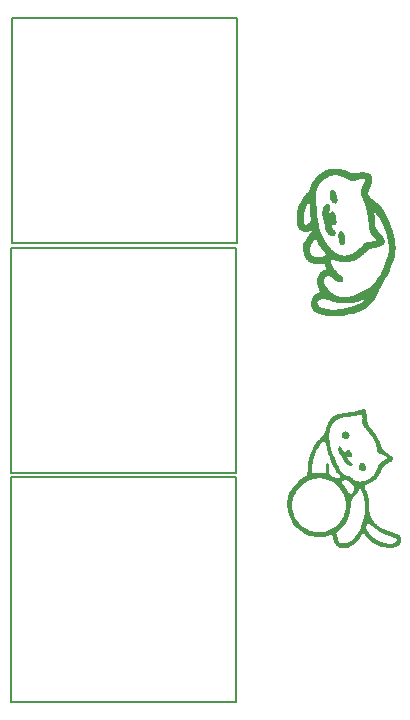
<source format=gbr>
%TF.GenerationSoftware,KiCad,Pcbnew,8.0.6*%
%TF.CreationDate,2024-10-23T22:35:26-04:00*%
%TF.ProjectId,Hackpad,4861636b-7061-4642-9e6b-696361645f70,rev?*%
%TF.SameCoordinates,Original*%
%TF.FileFunction,OtherDrawing,Comment*%
%FSLAX46Y46*%
G04 Gerber Fmt 4.6, Leading zero omitted, Abs format (unit mm)*
G04 Created by KiCad (PCBNEW 8.0.6) date 2024-10-23 22:35:26*
%MOMM*%
%LPD*%
G01*
G04 APERTURE LIST*
%ADD10C,0.000000*%
%ADD11C,0.150000*%
G04 APERTURE END LIST*
D10*
G36*
X167031687Y-87843350D02*
G01*
X167056471Y-87846059D01*
X167079409Y-87851150D01*
X167100591Y-87858698D01*
X167120109Y-87868775D01*
X167138053Y-87881455D01*
X167154512Y-87896812D01*
X167169579Y-87914921D01*
X167183342Y-87935854D01*
X167195893Y-87959685D01*
X167207322Y-87986488D01*
X167217719Y-88016337D01*
X167227175Y-88049306D01*
X167235780Y-88085467D01*
X167250801Y-88167665D01*
X167263504Y-88263521D01*
X167274614Y-88373625D01*
X167284853Y-88498566D01*
X167293017Y-88600111D01*
X167301597Y-88691874D01*
X167311018Y-88774915D01*
X167321705Y-88850292D01*
X167334082Y-88919065D01*
X167348572Y-88982292D01*
X167365602Y-89041032D01*
X167375201Y-89069051D01*
X167385594Y-89096345D01*
X167396833Y-89123048D01*
X167408973Y-89149290D01*
X167422065Y-89175206D01*
X167436163Y-89200926D01*
X167467589Y-89252312D01*
X167503676Y-89304507D01*
X167544846Y-89358570D01*
X167591525Y-89415560D01*
X167644137Y-89476537D01*
X167703107Y-89542559D01*
X167772198Y-89622903D01*
X167842830Y-89712400D01*
X167914191Y-89809548D01*
X167985466Y-89912845D01*
X168055844Y-90020788D01*
X168124510Y-90131875D01*
X168190652Y-90244605D01*
X168253456Y-90357475D01*
X168312110Y-90468984D01*
X168365800Y-90577628D01*
X168413712Y-90681907D01*
X168455035Y-90780318D01*
X168488954Y-90871358D01*
X168514656Y-90953526D01*
X168531329Y-91025320D01*
X168538159Y-91085238D01*
X168539032Y-91093076D01*
X168541177Y-91101687D01*
X168549148Y-91121102D01*
X168561816Y-91143237D01*
X168578925Y-91167846D01*
X168600219Y-91194682D01*
X168625443Y-91223498D01*
X168654339Y-91254047D01*
X168686652Y-91286083D01*
X168722127Y-91319360D01*
X168760506Y-91353630D01*
X168801535Y-91388647D01*
X168844956Y-91424165D01*
X168890515Y-91459936D01*
X168937955Y-91495713D01*
X168987020Y-91531252D01*
X169037454Y-91566304D01*
X169151643Y-91644903D01*
X169250868Y-91715677D01*
X169335219Y-91779545D01*
X169371844Y-91809176D01*
X169404785Y-91837425D01*
X169434053Y-91864406D01*
X169459658Y-91890235D01*
X169481612Y-91915027D01*
X169499926Y-91938896D01*
X169514613Y-91961956D01*
X169525682Y-91984324D01*
X169533145Y-92006113D01*
X169537013Y-92027439D01*
X169537298Y-92048416D01*
X169534011Y-92069160D01*
X169527164Y-92089784D01*
X169516766Y-92110404D01*
X169502831Y-92131135D01*
X169485368Y-92152091D01*
X169464390Y-92173388D01*
X169439907Y-92195139D01*
X169411931Y-92217461D01*
X169380473Y-92240468D01*
X169307157Y-92288994D01*
X169220048Y-92341638D01*
X169119236Y-92399317D01*
X169059090Y-92434000D01*
X169002238Y-92468587D01*
X168948646Y-92503109D01*
X168898281Y-92537599D01*
X168851110Y-92572087D01*
X168807101Y-92606605D01*
X168766220Y-92641186D01*
X168728434Y-92675860D01*
X168693709Y-92710660D01*
X168662015Y-92745616D01*
X168633316Y-92780761D01*
X168607580Y-92816126D01*
X168584774Y-92851742D01*
X168564866Y-92887643D01*
X168547821Y-92923858D01*
X168533608Y-92960419D01*
X168495762Y-93061202D01*
X168453436Y-93159543D01*
X168406856Y-93255181D01*
X168356246Y-93347857D01*
X168301832Y-93437310D01*
X168243840Y-93523280D01*
X168182494Y-93605507D01*
X168118020Y-93683730D01*
X168050643Y-93757691D01*
X167980588Y-93827128D01*
X167908082Y-93891781D01*
X167833349Y-93951391D01*
X167756614Y-94005697D01*
X167678103Y-94054439D01*
X167598042Y-94097357D01*
X167516655Y-94134190D01*
X167355632Y-94200576D01*
X167291741Y-94228593D01*
X167238416Y-94254732D01*
X167215596Y-94267465D01*
X167195274Y-94280171D01*
X167177401Y-94292997D01*
X167161929Y-94306090D01*
X167148811Y-94319598D01*
X167137997Y-94333668D01*
X167129441Y-94348447D01*
X167123094Y-94364083D01*
X167118908Y-94380724D01*
X167116835Y-94398516D01*
X167116826Y-94417607D01*
X167118834Y-94438144D01*
X167122811Y-94460275D01*
X167128709Y-94484147D01*
X167136479Y-94509908D01*
X167146073Y-94537704D01*
X167170543Y-94599994D01*
X167201733Y-94672196D01*
X167282737Y-94851052D01*
X167308088Y-94909432D01*
X167331376Y-94968482D01*
X167352665Y-95028600D01*
X167372016Y-95090184D01*
X167389491Y-95153632D01*
X167405152Y-95219341D01*
X167419061Y-95287708D01*
X167431281Y-95359132D01*
X167441872Y-95434010D01*
X167450898Y-95512739D01*
X167464500Y-95683344D01*
X167472584Y-95874127D01*
X167475644Y-96088271D01*
X167483074Y-96288407D01*
X167504208Y-96478694D01*
X167519981Y-96570222D01*
X167539263Y-96659380D01*
X167562079Y-96746201D01*
X167588457Y-96830714D01*
X167618423Y-96912952D01*
X167652006Y-96992945D01*
X167689232Y-97070724D01*
X167730129Y-97146321D01*
X167774723Y-97219767D01*
X167823042Y-97291092D01*
X167875113Y-97360328D01*
X167930963Y-97427505D01*
X167990619Y-97492656D01*
X168054108Y-97555811D01*
X168121458Y-97617001D01*
X168192696Y-97676257D01*
X168267848Y-97733611D01*
X168346943Y-97789093D01*
X168517066Y-97894568D01*
X168703283Y-97992930D01*
X168905811Y-98084427D01*
X169124867Y-98169310D01*
X169360668Y-98247826D01*
X169489576Y-98288232D01*
X169604224Y-98325735D01*
X169705431Y-98361033D01*
X169794018Y-98394821D01*
X169833836Y-98411368D01*
X169870805Y-98427797D01*
X169905030Y-98444198D01*
X169936612Y-98460657D01*
X169965655Y-98477261D01*
X169992260Y-98494097D01*
X170016530Y-98511252D01*
X170038567Y-98528814D01*
X170058475Y-98546869D01*
X170076356Y-98565504D01*
X170092311Y-98584806D01*
X170106445Y-98604863D01*
X170118858Y-98625762D01*
X170129654Y-98647589D01*
X170138936Y-98670432D01*
X170146805Y-98694378D01*
X170153364Y-98719513D01*
X170158717Y-98745925D01*
X170162964Y-98773701D01*
X170166210Y-98802928D01*
X170170104Y-98866083D01*
X170171220Y-98936087D01*
X170165210Y-99026768D01*
X170147594Y-99110489D01*
X170118989Y-99187305D01*
X170080014Y-99257275D01*
X170031285Y-99320455D01*
X169973423Y-99376903D01*
X169907044Y-99426676D01*
X169832766Y-99469831D01*
X169751208Y-99506426D01*
X169662988Y-99536518D01*
X169568723Y-99560164D01*
X169469032Y-99577420D01*
X169364533Y-99588346D01*
X169255844Y-99592997D01*
X169143583Y-99591430D01*
X169028368Y-99583704D01*
X168791549Y-99550001D01*
X168550330Y-99492346D01*
X168309657Y-99411195D01*
X168191070Y-99361952D01*
X168074473Y-99307007D01*
X167960485Y-99246417D01*
X167849724Y-99180240D01*
X167742807Y-99108533D01*
X167640353Y-99031352D01*
X167542980Y-98948755D01*
X167451306Y-98860800D01*
X167365948Y-98767543D01*
X167287526Y-98669042D01*
X167240712Y-98606526D01*
X167198487Y-98552759D01*
X167159986Y-98507957D01*
X167141863Y-98488985D01*
X167124346Y-98472336D01*
X167107328Y-98458036D01*
X167090701Y-98446113D01*
X167074357Y-98436593D01*
X167058188Y-98429504D01*
X167042086Y-98424873D01*
X167025943Y-98422726D01*
X167009651Y-98423090D01*
X166993101Y-98425993D01*
X166976187Y-98431462D01*
X166958799Y-98439523D01*
X166940830Y-98450205D01*
X166922171Y-98463533D01*
X166902716Y-98479534D01*
X166882355Y-98498237D01*
X166860981Y-98519667D01*
X166838486Y-98543852D01*
X166789699Y-98600595D01*
X166735130Y-98668682D01*
X166673916Y-98748329D01*
X166605192Y-98839752D01*
X166532101Y-98933406D01*
X166457272Y-99021254D01*
X166380923Y-99103286D01*
X166303270Y-99179497D01*
X166224531Y-99249877D01*
X166144924Y-99314418D01*
X166064665Y-99373113D01*
X165983973Y-99425954D01*
X165903064Y-99472933D01*
X165822156Y-99514041D01*
X165741466Y-99549271D01*
X165661212Y-99578616D01*
X165581610Y-99602066D01*
X165502879Y-99619615D01*
X165425236Y-99631254D01*
X165348897Y-99636975D01*
X165274082Y-99636770D01*
X165201005Y-99630632D01*
X165129886Y-99618552D01*
X165060942Y-99600523D01*
X164994389Y-99576536D01*
X164930445Y-99546584D01*
X164869328Y-99510658D01*
X164811255Y-99468752D01*
X164756443Y-99420856D01*
X164705110Y-99366963D01*
X164657473Y-99307065D01*
X164613749Y-99241154D01*
X164574156Y-99169222D01*
X164538910Y-99091261D01*
X164508231Y-99007264D01*
X164482334Y-98917222D01*
X164464803Y-98849007D01*
X164448343Y-98788377D01*
X164432663Y-98734988D01*
X164425027Y-98710902D01*
X164417477Y-98688497D01*
X164409979Y-98667730D01*
X164402495Y-98648559D01*
X164394991Y-98630941D01*
X164387429Y-98614832D01*
X164379774Y-98600189D01*
X164371990Y-98586970D01*
X164364041Y-98575132D01*
X164355890Y-98564631D01*
X164347501Y-98555425D01*
X164338839Y-98547471D01*
X164329868Y-98540725D01*
X164320550Y-98535145D01*
X164310851Y-98530688D01*
X164300734Y-98527311D01*
X164290163Y-98524970D01*
X164279102Y-98523623D01*
X164267515Y-98523228D01*
X164255365Y-98523740D01*
X164242618Y-98525117D01*
X164229236Y-98527316D01*
X164215184Y-98530293D01*
X164200425Y-98534007D01*
X164168644Y-98543471D01*
X163907909Y-98615494D01*
X163652087Y-98663034D01*
X163401817Y-98687161D01*
X163157742Y-98688943D01*
X162920503Y-98669447D01*
X162690740Y-98629741D01*
X162469096Y-98570894D01*
X162256211Y-98493972D01*
X162052726Y-98400045D01*
X161906206Y-98316830D01*
X164711067Y-98316830D01*
X164827324Y-98765986D01*
X164943582Y-99215169D01*
X165364111Y-99205406D01*
X165456876Y-99198102D01*
X165549199Y-99180749D01*
X165640881Y-99153723D01*
X165731724Y-99117399D01*
X165821532Y-99072153D01*
X165910107Y-99018359D01*
X165997251Y-98956392D01*
X166082766Y-98886627D01*
X166248120Y-98725206D01*
X166404588Y-98537096D01*
X166550590Y-98325299D01*
X166684544Y-98092814D01*
X166777957Y-97898596D01*
X167231811Y-97898596D01*
X167232350Y-97916792D01*
X167234332Y-97935122D01*
X167237813Y-97953714D01*
X167242851Y-97972697D01*
X167249503Y-97992196D01*
X167257826Y-98012341D01*
X167267878Y-98033258D01*
X167279715Y-98055076D01*
X167308973Y-98101924D01*
X167346059Y-98153907D01*
X167391430Y-98212045D01*
X167445542Y-98277361D01*
X167508853Y-98350877D01*
X167664901Y-98526591D01*
X167718310Y-98583343D01*
X167775029Y-98638334D01*
X167834799Y-98691491D01*
X167897363Y-98742742D01*
X168029837Y-98839232D01*
X168170385Y-98927224D01*
X168316941Y-99006137D01*
X168467439Y-99075389D01*
X168619813Y-99134400D01*
X168771997Y-99182589D01*
X168921925Y-99219374D01*
X169067531Y-99244174D01*
X169138068Y-99251898D01*
X169206749Y-99256408D01*
X169273317Y-99257631D01*
X169337513Y-99255495D01*
X169399079Y-99249927D01*
X169457757Y-99240855D01*
X169513289Y-99228205D01*
X169565416Y-99211905D01*
X169613879Y-99191883D01*
X169658422Y-99168065D01*
X169698785Y-99140380D01*
X169734710Y-99108754D01*
X169771604Y-99068199D01*
X169786647Y-99048517D01*
X169799389Y-99029203D01*
X169809810Y-99010239D01*
X169817885Y-98991602D01*
X169823594Y-98973272D01*
X169826912Y-98955228D01*
X169827819Y-98937451D01*
X169826291Y-98919919D01*
X169822306Y-98902612D01*
X169815842Y-98885509D01*
X169806875Y-98868589D01*
X169795385Y-98851832D01*
X169781347Y-98835217D01*
X169764740Y-98818724D01*
X169745541Y-98802332D01*
X169723729Y-98786020D01*
X169672170Y-98753554D01*
X169609885Y-98721162D01*
X169536694Y-98688679D01*
X169452417Y-98655939D01*
X169356875Y-98622778D01*
X169249887Y-98589030D01*
X169131275Y-98554531D01*
X169061456Y-98533750D01*
X168991500Y-98510542D01*
X168921394Y-98484899D01*
X168851122Y-98456814D01*
X168780669Y-98426278D01*
X168710021Y-98393283D01*
X168639163Y-98357822D01*
X168568079Y-98319885D01*
X168496757Y-98279466D01*
X168425179Y-98236556D01*
X168353333Y-98191146D01*
X168281202Y-98143230D01*
X168208773Y-98092798D01*
X168136030Y-98039843D01*
X168062959Y-97984357D01*
X167989545Y-97926331D01*
X167403413Y-97454023D01*
X167293188Y-97695932D01*
X167272573Y-97742541D01*
X167255670Y-97785090D01*
X167242938Y-97824602D01*
X167234832Y-97862096D01*
X167232658Y-97880407D01*
X167231811Y-97898596D01*
X166777957Y-97898596D01*
X166804869Y-97842642D01*
X166909985Y-97577785D01*
X166998310Y-97301244D01*
X167068264Y-97016018D01*
X167118265Y-96725109D01*
X167146733Y-96431518D01*
X167152086Y-96138246D01*
X167132745Y-95848293D01*
X167114452Y-95715991D01*
X167089146Y-95578088D01*
X167057936Y-95437308D01*
X167021930Y-95296377D01*
X166982236Y-95158022D01*
X166939963Y-95024967D01*
X166896219Y-94899940D01*
X166852114Y-94785664D01*
X166808756Y-94684866D01*
X166767252Y-94600272D01*
X166728712Y-94534608D01*
X166710900Y-94509725D01*
X166694245Y-94490598D01*
X166678885Y-94477565D01*
X166664958Y-94470969D01*
X166652604Y-94471149D01*
X166641961Y-94478446D01*
X166633167Y-94493201D01*
X166626361Y-94515755D01*
X166621682Y-94546449D01*
X166619268Y-94585622D01*
X166617041Y-94620154D01*
X166612322Y-94654991D01*
X166605118Y-94690120D01*
X166595437Y-94725525D01*
X166583287Y-94761195D01*
X166568676Y-94797113D01*
X166551612Y-94833267D01*
X166532104Y-94869643D01*
X166510159Y-94906226D01*
X166485785Y-94943002D01*
X166458991Y-94979958D01*
X166429784Y-95017079D01*
X166398172Y-95054352D01*
X166364163Y-95091762D01*
X166327766Y-95129296D01*
X166288989Y-95166939D01*
X166237231Y-95216558D01*
X166191097Y-95262917D01*
X166150199Y-95307036D01*
X166114150Y-95349934D01*
X166082562Y-95392630D01*
X166055046Y-95436142D01*
X166031214Y-95481491D01*
X166010680Y-95529695D01*
X165993055Y-95581774D01*
X165977950Y-95638746D01*
X165964979Y-95701632D01*
X165953753Y-95771449D01*
X165943885Y-95849217D01*
X165934986Y-95935956D01*
X165918545Y-96140420D01*
X165905939Y-96284374D01*
X165889112Y-96422041D01*
X165867853Y-96553885D01*
X165841952Y-96680367D01*
X165811197Y-96801950D01*
X165775376Y-96919096D01*
X165734279Y-97032266D01*
X165687693Y-97141924D01*
X165635409Y-97248531D01*
X165577214Y-97352550D01*
X165512897Y-97454442D01*
X165442247Y-97554670D01*
X165365053Y-97653696D01*
X165281104Y-97751983D01*
X165190187Y-97849991D01*
X165092093Y-97948185D01*
X164711067Y-98316830D01*
X161906206Y-98316830D01*
X161859283Y-98290180D01*
X161676522Y-98165444D01*
X161505086Y-98026906D01*
X161345616Y-97875634D01*
X161198751Y-97712696D01*
X161065135Y-97539159D01*
X160945407Y-97356091D01*
X160840210Y-97164561D01*
X160750184Y-96965636D01*
X160675971Y-96760384D01*
X160618212Y-96549873D01*
X160577547Y-96335171D01*
X160554619Y-96117346D01*
X160554156Y-96094960D01*
X160958473Y-96094960D01*
X160972817Y-96267417D01*
X161001107Y-96436757D01*
X161042734Y-96602384D01*
X161097088Y-96763708D01*
X161163559Y-96920133D01*
X161241537Y-97071067D01*
X161330413Y-97215917D01*
X161429576Y-97354090D01*
X161538417Y-97484992D01*
X161656326Y-97608031D01*
X161782694Y-97722612D01*
X161916910Y-97828143D01*
X162058364Y-97924031D01*
X162206447Y-98009682D01*
X162360550Y-98084503D01*
X162520061Y-98147902D01*
X162684372Y-98199284D01*
X162852873Y-98238056D01*
X163024953Y-98263626D01*
X163200003Y-98275401D01*
X163377414Y-98272786D01*
X163556575Y-98255189D01*
X163736876Y-98222017D01*
X163917708Y-98172676D01*
X164098461Y-98106573D01*
X164278525Y-98023115D01*
X164428124Y-97939306D01*
X164568029Y-97847125D01*
X164698241Y-97747128D01*
X164818762Y-97639875D01*
X164929595Y-97525922D01*
X165030741Y-97405827D01*
X165122200Y-97280148D01*
X165203977Y-97149443D01*
X165276071Y-97014269D01*
X165338485Y-96875184D01*
X165391220Y-96732746D01*
X165434278Y-96587512D01*
X165467661Y-96440040D01*
X165491371Y-96290888D01*
X165505409Y-96140613D01*
X165509777Y-95989773D01*
X165504477Y-95838926D01*
X165489510Y-95688629D01*
X165464879Y-95539440D01*
X165430584Y-95391917D01*
X165386628Y-95246617D01*
X165333013Y-95104099D01*
X165269740Y-94964919D01*
X165196810Y-94829636D01*
X165114226Y-94698807D01*
X165021989Y-94572990D01*
X164920101Y-94452742D01*
X164808564Y-94338621D01*
X164687380Y-94231186D01*
X164556549Y-94130993D01*
X164416075Y-94038600D01*
X164402946Y-94031250D01*
X165141120Y-94031250D01*
X165141744Y-94038961D01*
X165143129Y-94046946D01*
X165145280Y-94055216D01*
X165148201Y-94063785D01*
X165151898Y-94072665D01*
X165156375Y-94081870D01*
X165161638Y-94091413D01*
X165167690Y-94101305D01*
X165182186Y-94122192D01*
X165199901Y-94144634D01*
X165220874Y-94168734D01*
X165245144Y-94194595D01*
X165272751Y-94222319D01*
X165303733Y-94252010D01*
X165328154Y-94275833D01*
X165353066Y-94301831D01*
X165378292Y-94329747D01*
X165403651Y-94359324D01*
X165428964Y-94390309D01*
X165454054Y-94422444D01*
X165478739Y-94455473D01*
X165502842Y-94489142D01*
X165526183Y-94523194D01*
X165548583Y-94557374D01*
X165569863Y-94591425D01*
X165589844Y-94625092D01*
X165608347Y-94658119D01*
X165625192Y-94690250D01*
X165640201Y-94721230D01*
X165653195Y-94750802D01*
X165665889Y-94780177D01*
X165678933Y-94807888D01*
X165692306Y-94833928D01*
X165705987Y-94858294D01*
X165719955Y-94880982D01*
X165734186Y-94901987D01*
X165748662Y-94921306D01*
X165763359Y-94938934D01*
X165778256Y-94954867D01*
X165793333Y-94969101D01*
X165808567Y-94981631D01*
X165823938Y-94992453D01*
X165839423Y-95001564D01*
X165855001Y-95008959D01*
X165870651Y-95014633D01*
X165886352Y-95018583D01*
X165902082Y-95020804D01*
X165917819Y-95021293D01*
X165933542Y-95020044D01*
X165949230Y-95017054D01*
X165964861Y-95012319D01*
X165980415Y-95005834D01*
X165995868Y-94997595D01*
X166011201Y-94987598D01*
X166026391Y-94975839D01*
X166041417Y-94962314D01*
X166056257Y-94947017D01*
X166070891Y-94929946D01*
X166085297Y-94911096D01*
X166099453Y-94890463D01*
X166113339Y-94868042D01*
X166126931Y-94843829D01*
X166153578Y-94791447D01*
X166175769Y-94741858D01*
X166185168Y-94717992D01*
X166193423Y-94694684D01*
X166200523Y-94671884D01*
X166206457Y-94649546D01*
X166211217Y-94627623D01*
X166214791Y-94606067D01*
X166217170Y-94584832D01*
X166218342Y-94563868D01*
X166218299Y-94543131D01*
X166217029Y-94522571D01*
X166214524Y-94502142D01*
X166210771Y-94481797D01*
X166205762Y-94461488D01*
X166199485Y-94441167D01*
X166191932Y-94420789D01*
X166183091Y-94400304D01*
X166172952Y-94379667D01*
X166161505Y-94358829D01*
X166148741Y-94337744D01*
X166134648Y-94316364D01*
X166119217Y-94294642D01*
X166102437Y-94272530D01*
X166064790Y-94226948D01*
X166021627Y-94179241D01*
X165972864Y-94129031D01*
X165924908Y-94083777D01*
X165876045Y-94042935D01*
X165826443Y-94006542D01*
X165776271Y-93974635D01*
X165725699Y-93947251D01*
X165700315Y-93935268D01*
X165674895Y-93924429D01*
X165649458Y-93914741D01*
X165624027Y-93906206D01*
X165598622Y-93898831D01*
X165573264Y-93892619D01*
X165547975Y-93887576D01*
X165522776Y-93883706D01*
X165497687Y-93881014D01*
X165472730Y-93879504D01*
X165447926Y-93879182D01*
X165423296Y-93880051D01*
X165398861Y-93882117D01*
X165374642Y-93885384D01*
X165350661Y-93889858D01*
X165326937Y-93895542D01*
X165303494Y-93902441D01*
X165280351Y-93910560D01*
X165257529Y-93919905D01*
X165235051Y-93930478D01*
X165212936Y-93942286D01*
X165191206Y-93955332D01*
X165183079Y-93960770D01*
X165175656Y-93966326D01*
X165168939Y-93972014D01*
X165162934Y-93977847D01*
X165157647Y-93983837D01*
X165153081Y-93989997D01*
X165149242Y-93996340D01*
X165146135Y-94002878D01*
X165143764Y-94009626D01*
X165142135Y-94016595D01*
X165141252Y-94023799D01*
X165141120Y-94031250D01*
X164402946Y-94031250D01*
X164265958Y-93954565D01*
X164160079Y-93903488D01*
X164053107Y-93858481D01*
X163945215Y-93819482D01*
X163836577Y-93786430D01*
X163727368Y-93759265D01*
X163617762Y-93737925D01*
X163507934Y-93722349D01*
X163398056Y-93712476D01*
X163288305Y-93708245D01*
X163178853Y-93709596D01*
X163069876Y-93716467D01*
X162961547Y-93728798D01*
X162854040Y-93746527D01*
X162747531Y-93769593D01*
X162642192Y-93797936D01*
X162538199Y-93831494D01*
X162435725Y-93870206D01*
X162334945Y-93914012D01*
X162236033Y-93962850D01*
X162139164Y-94016660D01*
X162044510Y-94075380D01*
X161952247Y-94138950D01*
X161862550Y-94207308D01*
X161775591Y-94280394D01*
X161691546Y-94358146D01*
X161610588Y-94440504D01*
X161532892Y-94527406D01*
X161458632Y-94618792D01*
X161387982Y-94714601D01*
X161321117Y-94814771D01*
X161258211Y-94919242D01*
X161199437Y-95027953D01*
X161117296Y-95206662D01*
X161052760Y-95385812D01*
X161005219Y-95564811D01*
X160974065Y-95743063D01*
X160958686Y-95919978D01*
X160958473Y-96094960D01*
X160554156Y-96094960D01*
X160550069Y-95897466D01*
X160564537Y-95676599D01*
X160598665Y-95455812D01*
X160653094Y-95236174D01*
X160728466Y-95018753D01*
X160825421Y-94804616D01*
X160944601Y-94594831D01*
X161086647Y-94390466D01*
X161252200Y-94192589D01*
X161441901Y-94002269D01*
X161486408Y-93961851D01*
X161531629Y-93921944D01*
X161577247Y-93882780D01*
X161622944Y-93844592D01*
X161668403Y-93807615D01*
X161713304Y-93772080D01*
X161757332Y-93738222D01*
X161800167Y-93706273D01*
X161841492Y-93676467D01*
X161880990Y-93649036D01*
X161918342Y-93624214D01*
X161953230Y-93602234D01*
X161985337Y-93583329D01*
X162014346Y-93567733D01*
X162039937Y-93555678D01*
X162061794Y-93547398D01*
X162091301Y-93536675D01*
X162117960Y-93523718D01*
X162141976Y-93507833D01*
X162163554Y-93488325D01*
X162182899Y-93464498D01*
X162200219Y-93435659D01*
X162215718Y-93401113D01*
X162229602Y-93360165D01*
X162242077Y-93312121D01*
X162244906Y-93298107D01*
X162666684Y-93298107D01*
X163821220Y-93298107D01*
X163821220Y-92865169D01*
X163821666Y-92807457D01*
X163823036Y-92754489D01*
X163824082Y-92729740D01*
X163825377Y-92706125D01*
X163826926Y-92683625D01*
X163828736Y-92662223D01*
X163830812Y-92641901D01*
X163833160Y-92622643D01*
X163835786Y-92604429D01*
X163838695Y-92587244D01*
X163841895Y-92571068D01*
X163845390Y-92555884D01*
X163849187Y-92541676D01*
X163853291Y-92528424D01*
X163857708Y-92516112D01*
X163862444Y-92504722D01*
X163867505Y-92494237D01*
X163872898Y-92484638D01*
X163878626Y-92475908D01*
X163884698Y-92468030D01*
X163891118Y-92460985D01*
X163897892Y-92454757D01*
X163905027Y-92449328D01*
X163912528Y-92444679D01*
X163920400Y-92440794D01*
X163928651Y-92437655D01*
X163937285Y-92435244D01*
X163946310Y-92433544D01*
X163955729Y-92432537D01*
X163965550Y-92432205D01*
X163985273Y-92433655D01*
X164003295Y-92438142D01*
X164019677Y-92445878D01*
X164034480Y-92457071D01*
X164047763Y-92471932D01*
X164059587Y-92490668D01*
X164070013Y-92513490D01*
X164079099Y-92540608D01*
X164086907Y-92572231D01*
X164093497Y-92608568D01*
X164098930Y-92649828D01*
X164103264Y-92696223D01*
X164106562Y-92747959D01*
X164108882Y-92805248D01*
X164110833Y-92937321D01*
X164112155Y-93102061D01*
X164114328Y-93169668D01*
X164118215Y-93228666D01*
X164120966Y-93255225D01*
X164124345Y-93279980D01*
X164128417Y-93303044D01*
X164133248Y-93324535D01*
X164138905Y-93344567D01*
X164145455Y-93363256D01*
X164152962Y-93380718D01*
X164161494Y-93397068D01*
X164171116Y-93412422D01*
X164181896Y-93426895D01*
X164193898Y-93440604D01*
X164207190Y-93453664D01*
X164221837Y-93466190D01*
X164237906Y-93478298D01*
X164255462Y-93490103D01*
X164274573Y-93501722D01*
X164317723Y-93524862D01*
X164367883Y-93548642D01*
X164425584Y-93573987D01*
X164491356Y-93601823D01*
X164533879Y-93618925D01*
X164575124Y-93634030D01*
X164615024Y-93647177D01*
X164653514Y-93658407D01*
X164690528Y-93667760D01*
X164726001Y-93675275D01*
X164759866Y-93680994D01*
X164792059Y-93684955D01*
X164822513Y-93687200D01*
X164851162Y-93687769D01*
X164877941Y-93686700D01*
X164902784Y-93684036D01*
X164925625Y-93679815D01*
X164946399Y-93674079D01*
X164965039Y-93666866D01*
X164981480Y-93658218D01*
X164995657Y-93648174D01*
X165007503Y-93636775D01*
X165016953Y-93624061D01*
X165023941Y-93610071D01*
X165028401Y-93594847D01*
X165030268Y-93578427D01*
X165029476Y-93560853D01*
X165025958Y-93542164D01*
X165019650Y-93522401D01*
X165010485Y-93501604D01*
X164998398Y-93479812D01*
X164983324Y-93457067D01*
X164965195Y-93433407D01*
X164943947Y-93408874D01*
X164919514Y-93383507D01*
X164891830Y-93357347D01*
X164836031Y-93299921D01*
X164776384Y-93225773D01*
X164713628Y-93136499D01*
X164648501Y-93033696D01*
X164581743Y-92918959D01*
X164514092Y-92793885D01*
X164446289Y-92660070D01*
X164379071Y-92519111D01*
X164249348Y-92222142D01*
X164188322Y-92069326D01*
X164130838Y-91915750D01*
X164077635Y-91763010D01*
X164029452Y-91612703D01*
X163987029Y-91466424D01*
X163951104Y-91325771D01*
X163914659Y-91173109D01*
X163881541Y-91039512D01*
X163851030Y-90924375D01*
X163836528Y-90873540D01*
X163822408Y-90827092D01*
X163808580Y-90784956D01*
X163794954Y-90747057D01*
X163781440Y-90713319D01*
X163767949Y-90683665D01*
X163754391Y-90658021D01*
X163740674Y-90636311D01*
X163726711Y-90618458D01*
X163712410Y-90604388D01*
X163705105Y-90598747D01*
X163697682Y-90594024D01*
X163690129Y-90590208D01*
X163682436Y-90587291D01*
X163674591Y-90585262D01*
X163666584Y-90584113D01*
X163658402Y-90583833D01*
X163650034Y-90584414D01*
X163632698Y-90588119D01*
X163614484Y-90595153D01*
X163595304Y-90605438D01*
X163575067Y-90618900D01*
X163553683Y-90635463D01*
X163531063Y-90655052D01*
X163507116Y-90677590D01*
X163481753Y-90703001D01*
X163426418Y-90762144D01*
X163364337Y-90831873D01*
X163291596Y-90920482D01*
X163221279Y-91017514D01*
X163153700Y-91122098D01*
X163089170Y-91233363D01*
X163028003Y-91350436D01*
X162970513Y-91472449D01*
X162917012Y-91598529D01*
X162867814Y-91727805D01*
X162823231Y-91859407D01*
X162783576Y-91992463D01*
X162749164Y-92126103D01*
X162720306Y-92259455D01*
X162697316Y-92391648D01*
X162680507Y-92521811D01*
X162670192Y-92649074D01*
X162666684Y-92772565D01*
X162666684Y-93298107D01*
X162244906Y-93298107D01*
X162253349Y-93256285D01*
X162263622Y-93191963D01*
X162273103Y-93118460D01*
X162290512Y-92941134D01*
X162303178Y-92772565D01*
X162307221Y-92718749D01*
X162323046Y-92542884D01*
X162346180Y-92368519D01*
X162376401Y-92196177D01*
X162413482Y-92026381D01*
X162457201Y-91859653D01*
X162507332Y-91696516D01*
X162563652Y-91537493D01*
X162625935Y-91383106D01*
X162693958Y-91233879D01*
X162767496Y-91090334D01*
X162846324Y-90952994D01*
X162930219Y-90822381D01*
X163018956Y-90699019D01*
X163112311Y-90583430D01*
X163210059Y-90476137D01*
X163311976Y-90377663D01*
X163360767Y-90332229D01*
X163407093Y-90286252D01*
X163451071Y-90239542D01*
X163492814Y-90191911D01*
X163522704Y-90155148D01*
X164113293Y-90155148D01*
X164117054Y-90273709D01*
X164126186Y-90396755D01*
X164140438Y-90523745D01*
X164159561Y-90654139D01*
X164211416Y-90922971D01*
X164279749Y-91198924D01*
X164362558Y-91477671D01*
X164457841Y-91754884D01*
X164563597Y-92026234D01*
X164677821Y-92287396D01*
X164798514Y-92534040D01*
X164923673Y-92761839D01*
X165051295Y-92966465D01*
X165115404Y-93058736D01*
X165179379Y-93143591D01*
X165242968Y-93220489D01*
X165305922Y-93288889D01*
X165367991Y-93348250D01*
X165428924Y-93398032D01*
X165488470Y-93437692D01*
X165546380Y-93466691D01*
X165602404Y-93484487D01*
X165656291Y-93490539D01*
X165676455Y-93491957D01*
X165699167Y-93496117D01*
X165724176Y-93502879D01*
X165751233Y-93512103D01*
X165780086Y-93523649D01*
X165810486Y-93537376D01*
X165842183Y-93553146D01*
X165874926Y-93570817D01*
X165908464Y-93590249D01*
X165942549Y-93611303D01*
X165976928Y-93633837D01*
X166011353Y-93657714D01*
X166045573Y-93682791D01*
X166079338Y-93708929D01*
X166112397Y-93735987D01*
X166144500Y-93763827D01*
X166201475Y-93810424D01*
X166261260Y-93851128D01*
X166323613Y-93886046D01*
X166388292Y-93915286D01*
X166455055Y-93938955D01*
X166523662Y-93957161D01*
X166593871Y-93970011D01*
X166665441Y-93977613D01*
X166738129Y-93980074D01*
X166811695Y-93977502D01*
X166885896Y-93970004D01*
X166960493Y-93957687D01*
X167035242Y-93940660D01*
X167109904Y-93919029D01*
X167184235Y-93892903D01*
X167257995Y-93862388D01*
X167330942Y-93827592D01*
X167402835Y-93788622D01*
X167473433Y-93745587D01*
X167542493Y-93698593D01*
X167609775Y-93647749D01*
X167675037Y-93593161D01*
X167738037Y-93534937D01*
X167798534Y-93473184D01*
X167856287Y-93408011D01*
X167911054Y-93339524D01*
X167962593Y-93267831D01*
X168010664Y-93193039D01*
X168055024Y-93115256D01*
X168095433Y-93034590D01*
X168131648Y-92951148D01*
X168163429Y-92865037D01*
X168187316Y-92796376D01*
X168210880Y-92733420D01*
X168234498Y-92675716D01*
X168258546Y-92622809D01*
X168283402Y-92574245D01*
X168309441Y-92529571D01*
X168337041Y-92488332D01*
X168366579Y-92450075D01*
X168398432Y-92414345D01*
X168432976Y-92380688D01*
X168470588Y-92348650D01*
X168511646Y-92317778D01*
X168556525Y-92287616D01*
X168605603Y-92257712D01*
X168659257Y-92227611D01*
X168717864Y-92196859D01*
X169115347Y-91994082D01*
X168801418Y-91807180D01*
X168768702Y-91788126D01*
X168735448Y-91769577D01*
X168701891Y-91751629D01*
X168668265Y-91734380D01*
X168634805Y-91717927D01*
X168601744Y-91702368D01*
X168569317Y-91687800D01*
X168537758Y-91674320D01*
X168507301Y-91662025D01*
X168478181Y-91651014D01*
X168450632Y-91641383D01*
X168424887Y-91633230D01*
X168401182Y-91626652D01*
X168379750Y-91621746D01*
X168360825Y-91618610D01*
X168344642Y-91617342D01*
X168327016Y-91615274D01*
X168310034Y-91609802D01*
X168293693Y-91600919D01*
X168277990Y-91588619D01*
X168262922Y-91572894D01*
X168248486Y-91553739D01*
X168234679Y-91531147D01*
X168221498Y-91505112D01*
X168208941Y-91475627D01*
X168197003Y-91442686D01*
X168185683Y-91406283D01*
X168174978Y-91366410D01*
X168164884Y-91323062D01*
X168155398Y-91276232D01*
X168146518Y-91225914D01*
X168138240Y-91172101D01*
X168121109Y-91065775D01*
X168100660Y-90963162D01*
X168076618Y-90863750D01*
X168048710Y-90767030D01*
X168016663Y-90672489D01*
X167980202Y-90579617D01*
X167939055Y-90487904D01*
X167892949Y-90396839D01*
X167841608Y-90305910D01*
X167784761Y-90214608D01*
X167722134Y-90122422D01*
X167653452Y-90028841D01*
X167578443Y-89933353D01*
X167496832Y-89835449D01*
X167408347Y-89734617D01*
X167312714Y-89630347D01*
X167241783Y-89554024D01*
X167179119Y-89485190D01*
X167124268Y-89422816D01*
X167076773Y-89365873D01*
X167036180Y-89313332D01*
X167002032Y-89264163D01*
X166987233Y-89240522D01*
X166973874Y-89217337D01*
X166961899Y-89194481D01*
X166951250Y-89171824D01*
X166941871Y-89149239D01*
X166933705Y-89126596D01*
X166926694Y-89103766D01*
X166920782Y-89080622D01*
X166915912Y-89057034D01*
X166912027Y-89032873D01*
X166909069Y-89008011D01*
X166906983Y-88982320D01*
X166905194Y-88927933D01*
X166906206Y-88868684D01*
X166909562Y-88803542D01*
X166914807Y-88731478D01*
X166920435Y-88649553D01*
X166923294Y-88576980D01*
X166923015Y-88513476D01*
X166921585Y-88485035D01*
X166919234Y-88458753D01*
X166915914Y-88434597D01*
X166911582Y-88412528D01*
X166906190Y-88392513D01*
X166899692Y-88374515D01*
X166892044Y-88358499D01*
X166883199Y-88344428D01*
X166873112Y-88332268D01*
X166861735Y-88321983D01*
X166849025Y-88313536D01*
X166834934Y-88306893D01*
X166819417Y-88302017D01*
X166802427Y-88298874D01*
X166783921Y-88297426D01*
X166763850Y-88297640D01*
X166742170Y-88299478D01*
X166718834Y-88302906D01*
X166693797Y-88307887D01*
X166667014Y-88314386D01*
X166608021Y-88331795D01*
X166541490Y-88354848D01*
X166467053Y-88383260D01*
X166413770Y-88399839D01*
X166335783Y-88417858D01*
X166236820Y-88436741D01*
X166120611Y-88455912D01*
X165990884Y-88474793D01*
X165851370Y-88492809D01*
X165705796Y-88509383D01*
X165557892Y-88523939D01*
X165379260Y-88545775D01*
X165294466Y-88560579D01*
X165212678Y-88577987D01*
X165133888Y-88598004D01*
X165058088Y-88620641D01*
X164985272Y-88645904D01*
X164915432Y-88673803D01*
X164848561Y-88704344D01*
X164784652Y-88737537D01*
X164723697Y-88773390D01*
X164665689Y-88811911D01*
X164610622Y-88853107D01*
X164558487Y-88896988D01*
X164509277Y-88943560D01*
X164462986Y-88992834D01*
X164419606Y-89044816D01*
X164379130Y-89099515D01*
X164341550Y-89156939D01*
X164306859Y-89217096D01*
X164275050Y-89279994D01*
X164246116Y-89345643D01*
X164220050Y-89414048D01*
X164196844Y-89485220D01*
X164176490Y-89559166D01*
X164158983Y-89635894D01*
X164144314Y-89715413D01*
X164132476Y-89797730D01*
X164117266Y-89970793D01*
X164113293Y-90155148D01*
X163522704Y-90155148D01*
X163532439Y-90143173D01*
X163570061Y-90093140D01*
X163605793Y-90041623D01*
X163639752Y-89988434D01*
X163672053Y-89933387D01*
X163702810Y-89876293D01*
X163732138Y-89816963D01*
X163760154Y-89755212D01*
X163786971Y-89690849D01*
X163812705Y-89623689D01*
X163837471Y-89553543D01*
X163861384Y-89480223D01*
X163921304Y-89296683D01*
X163980780Y-89131961D01*
X164041388Y-88984877D01*
X164104703Y-88854249D01*
X164137869Y-88794738D01*
X164172302Y-88738898D01*
X164208200Y-88686582D01*
X164245760Y-88637643D01*
X164285178Y-88591932D01*
X164326652Y-88549302D01*
X164370379Y-88509606D01*
X164416556Y-88472696D01*
X164465379Y-88438425D01*
X164517045Y-88406644D01*
X164571752Y-88377206D01*
X164629697Y-88349965D01*
X164691076Y-88324771D01*
X164756086Y-88301478D01*
X164897789Y-88260003D01*
X165056382Y-88224360D01*
X165233439Y-88193367D01*
X165430537Y-88165844D01*
X165649252Y-88140611D01*
X165781751Y-88124708D01*
X165918648Y-88104964D01*
X166055996Y-88082162D01*
X166189849Y-88057085D01*
X166316261Y-88030517D01*
X166431285Y-88003239D01*
X166530974Y-87976035D01*
X166573835Y-87962705D01*
X166611383Y-87949688D01*
X166710655Y-87914001D01*
X166798925Y-87884894D01*
X166876918Y-87862957D01*
X166945358Y-87848778D01*
X166976221Y-87844783D01*
X167004968Y-87842949D01*
X167031687Y-87843350D01*
G37*
G36*
X165524344Y-89741715D02*
G01*
X165543357Y-89743221D01*
X165561940Y-89745702D01*
X165580074Y-89749134D01*
X165597739Y-89753493D01*
X165614917Y-89758754D01*
X165631586Y-89764895D01*
X165647729Y-89771891D01*
X165663324Y-89779718D01*
X165678353Y-89788351D01*
X165692796Y-89797768D01*
X165706634Y-89807945D01*
X165719846Y-89818856D01*
X165732413Y-89830479D01*
X165744316Y-89842789D01*
X165755536Y-89855762D01*
X165766051Y-89869375D01*
X165775844Y-89883604D01*
X165784894Y-89898424D01*
X165793181Y-89913811D01*
X165800687Y-89929742D01*
X165807391Y-89946193D01*
X165813274Y-89963139D01*
X165818317Y-89980557D01*
X165822500Y-89998423D01*
X165825802Y-90016712D01*
X165828206Y-90035402D01*
X165829690Y-90054467D01*
X165830236Y-90073884D01*
X165829824Y-90093629D01*
X165828434Y-90113679D01*
X165826047Y-90134008D01*
X165820159Y-90164518D01*
X165811526Y-90193060D01*
X165800330Y-90219634D01*
X165786756Y-90244239D01*
X165770986Y-90266876D01*
X165753204Y-90287544D01*
X165733591Y-90306244D01*
X165712331Y-90322975D01*
X165689608Y-90337738D01*
X165665603Y-90350533D01*
X165640501Y-90361359D01*
X165614484Y-90370217D01*
X165587735Y-90377106D01*
X165560436Y-90382027D01*
X165532772Y-90384980D01*
X165504926Y-90385964D01*
X165477079Y-90384980D01*
X165449415Y-90382027D01*
X165422117Y-90377106D01*
X165395369Y-90370217D01*
X165369352Y-90361359D01*
X165344251Y-90350533D01*
X165320247Y-90337738D01*
X165297525Y-90322975D01*
X165276267Y-90306244D01*
X165256655Y-90287544D01*
X165238874Y-90266876D01*
X165223106Y-90244239D01*
X165209534Y-90219634D01*
X165198341Y-90193060D01*
X165189710Y-90164518D01*
X165183824Y-90134008D01*
X165181184Y-90110190D01*
X165179927Y-90086210D01*
X165180005Y-90062227D01*
X165181368Y-90038401D01*
X165183967Y-90014891D01*
X165187753Y-89991857D01*
X165192676Y-89969458D01*
X165198687Y-89947854D01*
X165205736Y-89927204D01*
X165213775Y-89907669D01*
X165222755Y-89889406D01*
X165227581Y-89880802D01*
X165232625Y-89872577D01*
X165237878Y-89864749D01*
X165243336Y-89857340D01*
X165248992Y-89850368D01*
X165254840Y-89843855D01*
X165260873Y-89837819D01*
X165267086Y-89832281D01*
X165273473Y-89827261D01*
X165280026Y-89822779D01*
X165293634Y-89814472D01*
X165307840Y-89806398D01*
X165322528Y-89798598D01*
X165337584Y-89791114D01*
X165352891Y-89783987D01*
X165368335Y-89777261D01*
X165383800Y-89770977D01*
X165399171Y-89765176D01*
X165414334Y-89759900D01*
X165429171Y-89755193D01*
X165443569Y-89751094D01*
X165457411Y-89747647D01*
X165470583Y-89744893D01*
X165482969Y-89742873D01*
X165494454Y-89741631D01*
X165504922Y-89741208D01*
X165524344Y-89741715D01*
G37*
G36*
X165000000Y-91000000D02*
G01*
X165011878Y-91003582D01*
X165024095Y-91009122D01*
X165036618Y-91016622D01*
X165049416Y-91026085D01*
X165062459Y-91037517D01*
X165075716Y-91050921D01*
X165089154Y-91066299D01*
X165102744Y-91083657D01*
X165116453Y-91102997D01*
X165130250Y-91124323D01*
X165144105Y-91147640D01*
X165157986Y-91172951D01*
X165171862Y-91200259D01*
X165185702Y-91229568D01*
X165197099Y-91253764D01*
X165208635Y-91276631D01*
X165220314Y-91298172D01*
X165232140Y-91318387D01*
X165244115Y-91337278D01*
X165256243Y-91354844D01*
X165268527Y-91371088D01*
X165280971Y-91386009D01*
X165293579Y-91399609D01*
X165306354Y-91411889D01*
X165319298Y-91422849D01*
X165332416Y-91432491D01*
X165345711Y-91440815D01*
X165359187Y-91447822D01*
X165372846Y-91453514D01*
X165386693Y-91457890D01*
X165400731Y-91460953D01*
X165414962Y-91462703D01*
X165429391Y-91463140D01*
X165444021Y-91462266D01*
X165458855Y-91460081D01*
X165473898Y-91456587D01*
X165489151Y-91451784D01*
X165504619Y-91445674D01*
X165520305Y-91438257D01*
X165536212Y-91429534D01*
X165552345Y-91419506D01*
X165568705Y-91408173D01*
X165585298Y-91395538D01*
X165602125Y-91381600D01*
X165619191Y-91366361D01*
X165636499Y-91349821D01*
X165654305Y-91333040D01*
X165662850Y-91325624D01*
X165671183Y-91318866D01*
X165679322Y-91312769D01*
X165687288Y-91307339D01*
X165695098Y-91302581D01*
X165702772Y-91298499D01*
X165710330Y-91295099D01*
X165717791Y-91292385D01*
X165725174Y-91290362D01*
X165732498Y-91289036D01*
X165739782Y-91288411D01*
X165747046Y-91288492D01*
X165754310Y-91289285D01*
X165761591Y-91290793D01*
X165768910Y-91293022D01*
X165776285Y-91295977D01*
X165783737Y-91299662D01*
X165791284Y-91304084D01*
X165798945Y-91309246D01*
X165806739Y-91315153D01*
X165814687Y-91321811D01*
X165822806Y-91329224D01*
X165831117Y-91337397D01*
X165839639Y-91346336D01*
X165857390Y-91366528D01*
X165876215Y-91389840D01*
X165896267Y-91416311D01*
X165915400Y-91443151D01*
X165933118Y-91469858D01*
X165949430Y-91496371D01*
X165964342Y-91522628D01*
X165977861Y-91548566D01*
X165989995Y-91574125D01*
X166000749Y-91599242D01*
X166010131Y-91623856D01*
X166018148Y-91647905D01*
X166024807Y-91671327D01*
X166030115Y-91694060D01*
X166034078Y-91716043D01*
X166036704Y-91737214D01*
X166037999Y-91757512D01*
X166037971Y-91776873D01*
X166036626Y-91795238D01*
X166033971Y-91812543D01*
X166030013Y-91828727D01*
X166024759Y-91843729D01*
X166018217Y-91857487D01*
X166010392Y-91869938D01*
X166001292Y-91881022D01*
X165990924Y-91890676D01*
X165979295Y-91898838D01*
X165966411Y-91905448D01*
X165952280Y-91910442D01*
X165936908Y-91913760D01*
X165920303Y-91915340D01*
X165902471Y-91915119D01*
X165883419Y-91913036D01*
X165863154Y-91909030D01*
X165841684Y-91903039D01*
X165815366Y-91895450D01*
X165791025Y-91889965D01*
X165768647Y-91886507D01*
X165748219Y-91884999D01*
X165729728Y-91885365D01*
X165713159Y-91887526D01*
X165698500Y-91891405D01*
X165685738Y-91896927D01*
X165674859Y-91904013D01*
X165665850Y-91912586D01*
X165658698Y-91922570D01*
X165653389Y-91933887D01*
X165649910Y-91946460D01*
X165648248Y-91960213D01*
X165648389Y-91975067D01*
X165650321Y-91990946D01*
X165654029Y-92007774D01*
X165659501Y-92025472D01*
X165666723Y-92043963D01*
X165675682Y-92063172D01*
X165686365Y-92083019D01*
X165698759Y-92103429D01*
X165712849Y-92124325D01*
X165728623Y-92145629D01*
X165746067Y-92167263D01*
X165765169Y-92189152D01*
X165785915Y-92211218D01*
X165808291Y-92233384D01*
X165832284Y-92255572D01*
X165857882Y-92277707D01*
X165885070Y-92299709D01*
X165913836Y-92321504D01*
X165950496Y-92348921D01*
X165983167Y-92374554D01*
X165998029Y-92386749D01*
X166011921Y-92398555D01*
X166024853Y-92409993D01*
X166036834Y-92421081D01*
X166047873Y-92431838D01*
X166057979Y-92442284D01*
X166067161Y-92452438D01*
X166075429Y-92462320D01*
X166082793Y-92471949D01*
X166089261Y-92481344D01*
X166094842Y-92490524D01*
X166099547Y-92499509D01*
X166103383Y-92508318D01*
X166106361Y-92516970D01*
X166108490Y-92525485D01*
X166109778Y-92533882D01*
X166110236Y-92542180D01*
X166109872Y-92550399D01*
X166108696Y-92558558D01*
X166106717Y-92566676D01*
X166103944Y-92574772D01*
X166100387Y-92582866D01*
X166096054Y-92590978D01*
X166090956Y-92599126D01*
X166085100Y-92607330D01*
X166078498Y-92615608D01*
X166071157Y-92623981D01*
X166063087Y-92632468D01*
X166046892Y-92646808D01*
X166029290Y-92658504D01*
X166010375Y-92667620D01*
X165990239Y-92674223D01*
X165968977Y-92678378D01*
X165946681Y-92680150D01*
X165923446Y-92679606D01*
X165899363Y-92676809D01*
X165874528Y-92671826D01*
X165849032Y-92664723D01*
X165822969Y-92655564D01*
X165796433Y-92644415D01*
X165769517Y-92631342D01*
X165742314Y-92616410D01*
X165714918Y-92599685D01*
X165687422Y-92581232D01*
X165632502Y-92539403D01*
X165578302Y-92491447D01*
X165525569Y-92437889D01*
X165475049Y-92379252D01*
X165427488Y-92316060D01*
X165383633Y-92248835D01*
X165363329Y-92213875D01*
X165344232Y-92178103D01*
X165326434Y-92141585D01*
X165310030Y-92104386D01*
X165295938Y-92071869D01*
X165280714Y-92038996D01*
X165264504Y-92005994D01*
X165247450Y-91973086D01*
X165229698Y-91940496D01*
X165211390Y-91908448D01*
X165192670Y-91877168D01*
X165173684Y-91846878D01*
X165154574Y-91817803D01*
X165135484Y-91790167D01*
X165116559Y-91764195D01*
X165097943Y-91740111D01*
X165079778Y-91718139D01*
X165062211Y-91698503D01*
X165045383Y-91681427D01*
X165029440Y-91667136D01*
X165014170Y-91653027D01*
X164999329Y-91636496D01*
X164984993Y-91617748D01*
X164971239Y-91596989D01*
X164958144Y-91574425D01*
X164945784Y-91550260D01*
X164934237Y-91524702D01*
X164923580Y-91497955D01*
X164913888Y-91470225D01*
X164905240Y-91441718D01*
X164897711Y-91412639D01*
X164891379Y-91383194D01*
X164886320Y-91353589D01*
X164882612Y-91324030D01*
X164880330Y-91294721D01*
X164879553Y-91265869D01*
X164880013Y-91234867D01*
X164881373Y-91205754D01*
X164883600Y-91178535D01*
X164886665Y-91153214D01*
X164890536Y-91129793D01*
X164895182Y-91108277D01*
X164900571Y-91088669D01*
X164906672Y-91070973D01*
X164913454Y-91055193D01*
X164920887Y-91041333D01*
X164928938Y-91029396D01*
X164937576Y-91019386D01*
X164946771Y-91011307D01*
X164956492Y-91005162D01*
X164966706Y-91000955D01*
X164977383Y-90998690D01*
X164988491Y-90998370D01*
X165000000Y-91000000D01*
G37*
G36*
X166896082Y-92399800D02*
G01*
X166919021Y-92403118D01*
X166941861Y-92408543D01*
X166964473Y-92416026D01*
X166986726Y-92425518D01*
X167008488Y-92436969D01*
X167029631Y-92450329D01*
X167050022Y-92465550D01*
X167069532Y-92482582D01*
X167088031Y-92501376D01*
X167105387Y-92521882D01*
X167121470Y-92544051D01*
X167136150Y-92567834D01*
X167149296Y-92593181D01*
X167160777Y-92620042D01*
X167170464Y-92648369D01*
X167178225Y-92678112D01*
X167183930Y-92709222D01*
X167187449Y-92741649D01*
X167188651Y-92775344D01*
X167188369Y-92831456D01*
X167187322Y-92881038D01*
X167185212Y-92924443D01*
X167181739Y-92962026D01*
X167179399Y-92978746D01*
X167176605Y-92994143D01*
X167173321Y-93008262D01*
X167169510Y-93021147D01*
X167165133Y-93032842D01*
X167160154Y-93043393D01*
X167154535Y-93052842D01*
X167148239Y-93061236D01*
X167141229Y-93068617D01*
X167133466Y-93075030D01*
X167124914Y-93080520D01*
X167115535Y-93085131D01*
X167105292Y-93088907D01*
X167094148Y-93091893D01*
X167082064Y-93094132D01*
X167069004Y-93095670D01*
X167054931Y-93096550D01*
X167039806Y-93096817D01*
X167006253Y-93095690D01*
X166968047Y-93092642D01*
X166924888Y-93088028D01*
X166900246Y-93084601D01*
X166876517Y-93080131D01*
X166853714Y-93074640D01*
X166831848Y-93068149D01*
X166810931Y-93060682D01*
X166790975Y-93052259D01*
X166771992Y-93042904D01*
X166753994Y-93032639D01*
X166736993Y-93021486D01*
X166721000Y-93009466D01*
X166706027Y-92996603D01*
X166692086Y-92982918D01*
X166679190Y-92968434D01*
X166667349Y-92953173D01*
X166656577Y-92937157D01*
X166646884Y-92920408D01*
X166638282Y-92902948D01*
X166630784Y-92884801D01*
X166624401Y-92865987D01*
X166619146Y-92846530D01*
X166615029Y-92826450D01*
X166612064Y-92805772D01*
X166610261Y-92784516D01*
X166609633Y-92762705D01*
X166610191Y-92740361D01*
X166611948Y-92717506D01*
X166614915Y-92694163D01*
X166619104Y-92670354D01*
X166624527Y-92646101D01*
X166631196Y-92621426D01*
X166639123Y-92596352D01*
X166648319Y-92570900D01*
X166660659Y-92542329D01*
X166674597Y-92516508D01*
X166690003Y-92493387D01*
X166706746Y-92472916D01*
X166724696Y-92455046D01*
X166743722Y-92439728D01*
X166763695Y-92426912D01*
X166784482Y-92416549D01*
X166805955Y-92408589D01*
X166827981Y-92402984D01*
X166850432Y-92399684D01*
X166873176Y-92398639D01*
X166896082Y-92399800D01*
G37*
G36*
X164737820Y-67484175D02*
G01*
X164846521Y-67491928D01*
X164955049Y-67504240D01*
X165063174Y-67521078D01*
X165170663Y-67542412D01*
X165277283Y-67568211D01*
X165382803Y-67598443D01*
X165486991Y-67633077D01*
X165589614Y-67672083D01*
X165690440Y-67715428D01*
X165789237Y-67763082D01*
X166054641Y-67898310D01*
X166356160Y-67857750D01*
X166602527Y-67829071D01*
X166823852Y-67813057D01*
X166925248Y-67809940D01*
X167020534Y-67810159D01*
X167109759Y-67813770D01*
X167192973Y-67820830D01*
X167270226Y-67831394D01*
X167341568Y-67845521D01*
X167407048Y-67863266D01*
X167466718Y-67884685D01*
X167520626Y-67909835D01*
X167568822Y-67938773D01*
X167611357Y-67971555D01*
X167648280Y-68008238D01*
X167679641Y-68048878D01*
X167705490Y-68093531D01*
X167725877Y-68142255D01*
X167740852Y-68195105D01*
X167750465Y-68252139D01*
X167754765Y-68313412D01*
X167753803Y-68378981D01*
X167747629Y-68448902D01*
X167736292Y-68523233D01*
X167719842Y-68602030D01*
X167698329Y-68685348D01*
X167671804Y-68773245D01*
X167640315Y-68865777D01*
X167603913Y-68963001D01*
X167516570Y-69171750D01*
X167363456Y-69516661D01*
X167484794Y-69768571D01*
X167503643Y-69807213D01*
X167521252Y-69842157D01*
X167537869Y-69873685D01*
X167553739Y-69902075D01*
X167569108Y-69927611D01*
X167584223Y-69950573D01*
X167599331Y-69971241D01*
X167614677Y-69989898D01*
X167622517Y-69998559D01*
X167630508Y-70006823D01*
X167638683Y-70014724D01*
X167647071Y-70022298D01*
X167655703Y-70029580D01*
X167664611Y-70036605D01*
X167683375Y-70050023D01*
X167703609Y-70062834D01*
X167725560Y-70075320D01*
X167749474Y-70087761D01*
X167775597Y-70100437D01*
X167876999Y-70154591D01*
X167978189Y-70220915D01*
X168078920Y-70298794D01*
X168178942Y-70387612D01*
X168375865Y-70595602D01*
X168566967Y-70839959D01*
X168750258Y-71115759D01*
X168923746Y-71418074D01*
X169085441Y-71741980D01*
X169233352Y-72082550D01*
X169365487Y-72434859D01*
X169479857Y-72793981D01*
X169574469Y-73154991D01*
X169647334Y-73512962D01*
X169696459Y-73862969D01*
X169719856Y-74200086D01*
X169715532Y-74519387D01*
X169681496Y-74815947D01*
X169655597Y-74939109D01*
X169618385Y-75079485D01*
X169570969Y-75234550D01*
X169514455Y-75401782D01*
X169378567Y-75762651D01*
X169219583Y-76141906D01*
X169046365Y-76519361D01*
X168867775Y-76874828D01*
X168779234Y-77038008D01*
X168692674Y-77188120D01*
X168609201Y-77322643D01*
X168529924Y-77439052D01*
X168491888Y-77492853D01*
X168456402Y-77545068D01*
X168424244Y-77594411D01*
X168396190Y-77639594D01*
X168383945Y-77660223D01*
X168373018Y-77679330D01*
X168363505Y-77696753D01*
X168355505Y-77712331D01*
X168349113Y-77725904D01*
X168344427Y-77737311D01*
X168341544Y-77746390D01*
X168340809Y-77750007D01*
X168340561Y-77752981D01*
X168339570Y-77760140D01*
X168336662Y-77770884D01*
X168325488Y-77802260D01*
X168307820Y-77845373D01*
X168284443Y-77898488D01*
X168256140Y-77959868D01*
X168223694Y-78027777D01*
X168187889Y-78100478D01*
X168149506Y-78176234D01*
X168047430Y-78363933D01*
X167940541Y-78537865D01*
X167827611Y-78698780D01*
X167707415Y-78847427D01*
X167578728Y-78984555D01*
X167440324Y-79110914D01*
X167290977Y-79227251D01*
X167129461Y-79334316D01*
X166954552Y-79432858D01*
X166765022Y-79523627D01*
X166559647Y-79607370D01*
X166337200Y-79684838D01*
X166096456Y-79756779D01*
X165836190Y-79823942D01*
X165555175Y-79887077D01*
X165252187Y-79946931D01*
X165098858Y-79971385D01*
X164940657Y-79988906D01*
X164778804Y-79999671D01*
X164614518Y-80003856D01*
X164449022Y-80001639D01*
X164283534Y-79993197D01*
X164119276Y-79978706D01*
X163957468Y-79958345D01*
X163799330Y-79932289D01*
X163646084Y-79900716D01*
X163498948Y-79863803D01*
X163359145Y-79821726D01*
X163227894Y-79774664D01*
X163106416Y-79722792D01*
X162995931Y-79666288D01*
X162897659Y-79605328D01*
X162848427Y-79568308D01*
X162803311Y-79528008D01*
X162762269Y-79484673D01*
X162725263Y-79438546D01*
X162692251Y-79389870D01*
X162663193Y-79338890D01*
X162638049Y-79285848D01*
X162616779Y-79230988D01*
X162599341Y-79174555D01*
X162585696Y-79116791D01*
X162575804Y-79057941D01*
X162569623Y-78998247D01*
X162567114Y-78937954D01*
X162568235Y-78877305D01*
X162572433Y-78823182D01*
X163112111Y-78823182D01*
X163113313Y-78855072D01*
X163118472Y-78888508D01*
X163127698Y-78923462D01*
X163141103Y-78959904D01*
X163160894Y-79000653D01*
X163185417Y-79039664D01*
X163214541Y-79076920D01*
X163248133Y-79112400D01*
X163328192Y-79177954D01*
X163424535Y-79236170D01*
X163536106Y-79286890D01*
X163661845Y-79329957D01*
X163800695Y-79365214D01*
X163951597Y-79392504D01*
X164113494Y-79411670D01*
X164285327Y-79422555D01*
X164466038Y-79425001D01*
X164654569Y-79418852D01*
X164849862Y-79403951D01*
X165050859Y-79380139D01*
X165256501Y-79347261D01*
X165465732Y-79305159D01*
X165625659Y-79268393D01*
X165775753Y-79231195D01*
X165916538Y-79193321D01*
X166048541Y-79154527D01*
X166172289Y-79114567D01*
X166288308Y-79073198D01*
X166397124Y-79030175D01*
X166499263Y-78985254D01*
X166595253Y-78938190D01*
X166685619Y-78888739D01*
X166770888Y-78836656D01*
X166851585Y-78781696D01*
X166928239Y-78723617D01*
X167001373Y-78662172D01*
X167071517Y-78597118D01*
X167139194Y-78528210D01*
X167147726Y-78519052D01*
X167155857Y-78510184D01*
X167163551Y-78501649D01*
X167170772Y-78493492D01*
X167177487Y-78485758D01*
X167183659Y-78478491D01*
X167189253Y-78471735D01*
X167194234Y-78465536D01*
X167198568Y-78459938D01*
X167202218Y-78454986D01*
X167205149Y-78450723D01*
X167207328Y-78447195D01*
X167208123Y-78445721D01*
X167208717Y-78444446D01*
X167209105Y-78443378D01*
X167209283Y-78442521D01*
X167209245Y-78441882D01*
X167208989Y-78441464D01*
X167208509Y-78441276D01*
X167207801Y-78441321D01*
X167197795Y-78445249D01*
X167175321Y-78455292D01*
X167098690Y-78491019D01*
X166858790Y-78606103D01*
X166773464Y-78646290D01*
X166689763Y-78683155D01*
X166607208Y-78716798D01*
X166525324Y-78747319D01*
X166443635Y-78774817D01*
X166361663Y-78799392D01*
X166278934Y-78821142D01*
X166194969Y-78840167D01*
X166109294Y-78856566D01*
X166021432Y-78870439D01*
X165930906Y-78881886D01*
X165837240Y-78891005D01*
X165739958Y-78897896D01*
X165638584Y-78902658D01*
X165532641Y-78905391D01*
X165421652Y-78906194D01*
X165243406Y-78904801D01*
X165166100Y-78902836D01*
X165094907Y-78899681D01*
X165028502Y-78895079D01*
X164965560Y-78888771D01*
X164904758Y-78880499D01*
X164844771Y-78870005D01*
X164784274Y-78857032D01*
X164721944Y-78841321D01*
X164656456Y-78822613D01*
X164586484Y-78800652D01*
X164427797Y-78745936D01*
X164235287Y-78675107D01*
X164170658Y-78651997D01*
X164106885Y-78631240D01*
X164044079Y-78612808D01*
X163982351Y-78596672D01*
X163921812Y-78582802D01*
X163862572Y-78571171D01*
X163804742Y-78561749D01*
X163748433Y-78554507D01*
X163693755Y-78549417D01*
X163640820Y-78546450D01*
X163589737Y-78545577D01*
X163540618Y-78546769D01*
X163493573Y-78549997D01*
X163448713Y-78555233D01*
X163406149Y-78562447D01*
X163365992Y-78571611D01*
X163328352Y-78582697D01*
X163293339Y-78595674D01*
X163261066Y-78610515D01*
X163231641Y-78627191D01*
X163205177Y-78645672D01*
X163181784Y-78665931D01*
X163161572Y-78687937D01*
X163144652Y-78711663D01*
X163131135Y-78737079D01*
X163121133Y-78764157D01*
X163114754Y-78792867D01*
X163112111Y-78823182D01*
X162572433Y-78823182D01*
X162572948Y-78816544D01*
X162581211Y-78755914D01*
X162592984Y-78695659D01*
X162608227Y-78636022D01*
X162626899Y-78577248D01*
X162648960Y-78519579D01*
X162674369Y-78463260D01*
X162703087Y-78408534D01*
X162735072Y-78355644D01*
X162770285Y-78304835D01*
X162808685Y-78256350D01*
X162850231Y-78210432D01*
X162894884Y-78167325D01*
X162942602Y-78127273D01*
X162993346Y-78090519D01*
X163047075Y-78057307D01*
X163103749Y-78027880D01*
X163163327Y-78002483D01*
X163180716Y-77995590D01*
X163197428Y-77988469D01*
X163213386Y-77981177D01*
X163228511Y-77973768D01*
X163242724Y-77966296D01*
X163255947Y-77958816D01*
X163268101Y-77951384D01*
X163279109Y-77944053D01*
X163284158Y-77940443D01*
X163288891Y-77936879D01*
X163293298Y-77933368D01*
X163297370Y-77929916D01*
X163301096Y-77926531D01*
X163304466Y-77923219D01*
X163307471Y-77919988D01*
X163310102Y-77916843D01*
X163312347Y-77913793D01*
X163314198Y-77910843D01*
X163315645Y-77908001D01*
X163316677Y-77905274D01*
X163317285Y-77902667D01*
X163317460Y-77900189D01*
X163317191Y-77897846D01*
X163316468Y-77895644D01*
X163264487Y-77775445D01*
X163218912Y-77660776D01*
X163179724Y-77551242D01*
X163146901Y-77446448D01*
X163120425Y-77345998D01*
X163100276Y-77249497D01*
X163086434Y-77156551D01*
X163078879Y-77066764D01*
X163078118Y-77015280D01*
X163642645Y-77015280D01*
X163644757Y-77053913D01*
X163651673Y-77095187D01*
X163663145Y-77138835D01*
X163678926Y-77184594D01*
X163698769Y-77232197D01*
X163722427Y-77281382D01*
X163749654Y-77331881D01*
X163813821Y-77435767D01*
X163889294Y-77541736D01*
X163974095Y-77647670D01*
X164066248Y-77751450D01*
X164163775Y-77850955D01*
X164264699Y-77944068D01*
X164367043Y-78028670D01*
X164468830Y-78102641D01*
X164568082Y-78163863D01*
X164616141Y-78189031D01*
X164662824Y-78210216D01*
X164707885Y-78227155D01*
X164751077Y-78239582D01*
X164792152Y-78247233D01*
X164830864Y-78249842D01*
X164838547Y-78250254D01*
X164846936Y-78251464D01*
X164855948Y-78253431D01*
X164865501Y-78256114D01*
X164875512Y-78259472D01*
X164885898Y-78263465D01*
X164896576Y-78268052D01*
X164907464Y-78273191D01*
X164918479Y-78278843D01*
X164929537Y-78284966D01*
X164940557Y-78291520D01*
X164951456Y-78298464D01*
X164962150Y-78305757D01*
X164972557Y-78313358D01*
X164982595Y-78321227D01*
X164992180Y-78329323D01*
X165019598Y-78349224D01*
X165052504Y-78365792D01*
X165090634Y-78379102D01*
X165133725Y-78389227D01*
X165233739Y-78400221D01*
X165350443Y-78399370D01*
X165481730Y-78387267D01*
X165625496Y-78364506D01*
X165779637Y-78331683D01*
X165942048Y-78289390D01*
X166110624Y-78238223D01*
X166283260Y-78178776D01*
X166457853Y-78111643D01*
X166632296Y-78037418D01*
X166804486Y-77956696D01*
X166972318Y-77870072D01*
X167133687Y-77778138D01*
X167286489Y-77681490D01*
X167432599Y-77579380D01*
X167570943Y-77473255D01*
X167702091Y-77362261D01*
X167826614Y-77245539D01*
X167945080Y-77122232D01*
X168058059Y-76991483D01*
X168166121Y-76852435D01*
X168269835Y-76704232D01*
X168369771Y-76546015D01*
X168466499Y-76376929D01*
X168560588Y-76196115D01*
X168652607Y-76002717D01*
X168743128Y-75795877D01*
X168832718Y-75574739D01*
X168921948Y-75338446D01*
X169011387Y-75086140D01*
X169061747Y-74916586D01*
X169099789Y-74737411D01*
X169125719Y-74549804D01*
X169139744Y-74354954D01*
X169142070Y-74154051D01*
X169132904Y-73948284D01*
X169112454Y-73738843D01*
X169080925Y-73526917D01*
X169038525Y-73313695D01*
X168985461Y-73100368D01*
X168921939Y-72888124D01*
X168848166Y-72678153D01*
X168764349Y-72471644D01*
X168670695Y-72269787D01*
X168567411Y-72073772D01*
X168454702Y-71884787D01*
X168373228Y-71752039D01*
X168227637Y-71512254D01*
X168187647Y-71446781D01*
X168147308Y-71381846D01*
X168107721Y-71319147D01*
X168069985Y-71260381D01*
X168035201Y-71207243D01*
X168004469Y-71161432D01*
X167978890Y-71124645D01*
X167959562Y-71098578D01*
X167882753Y-71000920D01*
X167904132Y-71094477D01*
X167917989Y-71173874D01*
X167933567Y-71293407D01*
X167949765Y-71440916D01*
X167965485Y-71604239D01*
X167979626Y-71771215D01*
X167991088Y-71929681D01*
X167998772Y-72067478D01*
X168001577Y-72172442D01*
X168002410Y-72224719D01*
X168005099Y-72273843D01*
X168009935Y-72320376D01*
X168017206Y-72364877D01*
X168027201Y-72407908D01*
X168040208Y-72450028D01*
X168056518Y-72491799D01*
X168076418Y-72533780D01*
X168100199Y-72576533D01*
X168128148Y-72620617D01*
X168160554Y-72666593D01*
X168197707Y-72715021D01*
X168239896Y-72766463D01*
X168287409Y-72821478D01*
X168340535Y-72880627D01*
X168399564Y-72944470D01*
X168518979Y-73078029D01*
X168571317Y-73141426D01*
X168618717Y-73202628D01*
X168661161Y-73261678D01*
X168698629Y-73318621D01*
X168731103Y-73373501D01*
X168758564Y-73426363D01*
X168780992Y-73477251D01*
X168798370Y-73526209D01*
X168810679Y-73573282D01*
X168817899Y-73618513D01*
X168820012Y-73661948D01*
X168816999Y-73703631D01*
X168808841Y-73743605D01*
X168795519Y-73781916D01*
X168777015Y-73818607D01*
X168753310Y-73853723D01*
X168724384Y-73887308D01*
X168690220Y-73919407D01*
X168650798Y-73950064D01*
X168606099Y-73979323D01*
X168556105Y-74007228D01*
X168500797Y-74033824D01*
X168440155Y-74059156D01*
X168374162Y-74083267D01*
X168302799Y-74106202D01*
X168226045Y-74128005D01*
X168056295Y-74168393D01*
X167864762Y-74204786D01*
X167497599Y-74267386D01*
X167207748Y-74549829D01*
X167146472Y-74608586D01*
X167083404Y-74667294D01*
X167020346Y-74724388D01*
X166959099Y-74778307D01*
X166901467Y-74827486D01*
X166849251Y-74870364D01*
X166804253Y-74905377D01*
X166785024Y-74919445D01*
X166768275Y-74930961D01*
X166698422Y-74977489D01*
X166618829Y-75031205D01*
X166539300Y-75085467D01*
X166469640Y-75133632D01*
X166386356Y-75187069D01*
X166297891Y-75234920D01*
X166204640Y-75277148D01*
X166106998Y-75313716D01*
X166005364Y-75344585D01*
X165900131Y-75369718D01*
X165791697Y-75389078D01*
X165680457Y-75402627D01*
X165566808Y-75410328D01*
X165451146Y-75412143D01*
X165333866Y-75408035D01*
X165215365Y-75397966D01*
X165096039Y-75381898D01*
X164976283Y-75359795D01*
X164856495Y-75331618D01*
X164737069Y-75297330D01*
X164666270Y-75275508D01*
X164602860Y-75256878D01*
X164546449Y-75241495D01*
X164520747Y-75235038D01*
X164496648Y-75229413D01*
X164474104Y-75224626D01*
X164453067Y-75220684D01*
X164433488Y-75217594D01*
X164415318Y-75215363D01*
X164398509Y-75213998D01*
X164383012Y-75213504D01*
X164368778Y-75213889D01*
X164355758Y-75215160D01*
X164343905Y-75217323D01*
X164333169Y-75220385D01*
X164323501Y-75224353D01*
X164314854Y-75229234D01*
X164307177Y-75235033D01*
X164300424Y-75241758D01*
X164294545Y-75249416D01*
X164289491Y-75258013D01*
X164285214Y-75267556D01*
X164281665Y-75278052D01*
X164278795Y-75289508D01*
X164276557Y-75301929D01*
X164274900Y-75315324D01*
X164273777Y-75329698D01*
X164273139Y-75345058D01*
X164272937Y-75361412D01*
X164273854Y-75389217D01*
X164276581Y-75417948D01*
X164287330Y-75477994D01*
X164304911Y-75541152D01*
X164329053Y-75607025D01*
X164359481Y-75675216D01*
X164395924Y-75745328D01*
X164438108Y-75816965D01*
X164485761Y-75889729D01*
X164538610Y-75963222D01*
X164596382Y-76037049D01*
X164658805Y-76110813D01*
X164725605Y-76184115D01*
X164796510Y-76256560D01*
X164871247Y-76327750D01*
X164949544Y-76397288D01*
X165031127Y-76464777D01*
X165113840Y-76531341D01*
X165147602Y-76559316D01*
X165176753Y-76584401D01*
X165201630Y-76607082D01*
X165212571Y-76617673D01*
X165222571Y-76627845D01*
X165231671Y-76637660D01*
X165239913Y-76647177D01*
X165247341Y-76656458D01*
X165253995Y-76665563D01*
X165259920Y-76674553D01*
X165265155Y-76683489D01*
X165269745Y-76692432D01*
X165273731Y-76701442D01*
X165277155Y-76710581D01*
X165280060Y-76719908D01*
X165282488Y-76729485D01*
X165284481Y-76739373D01*
X165286081Y-76749631D01*
X165287331Y-76760322D01*
X165288948Y-76783243D01*
X165289671Y-76808620D01*
X165289837Y-76836941D01*
X165288759Y-76871623D01*
X165285556Y-76903892D01*
X165280272Y-76933753D01*
X165272954Y-76961207D01*
X165263646Y-76986260D01*
X165252395Y-77008914D01*
X165239244Y-77029174D01*
X165224239Y-77047042D01*
X165207427Y-77062523D01*
X165188851Y-77075621D01*
X165168558Y-77086337D01*
X165146592Y-77094678D01*
X165122999Y-77100645D01*
X165097824Y-77104243D01*
X165071113Y-77105475D01*
X165042911Y-77104345D01*
X165013263Y-77100856D01*
X164982214Y-77095013D01*
X164949810Y-77086818D01*
X164916096Y-77076275D01*
X164881117Y-77063389D01*
X164844919Y-77048162D01*
X164769046Y-77010701D01*
X164688839Y-76963922D01*
X164604661Y-76907853D01*
X164516874Y-76842524D01*
X164425840Y-76767964D01*
X164394597Y-76742493D01*
X164363110Y-76719278D01*
X164331448Y-76698300D01*
X164299679Y-76679541D01*
X164267872Y-76662983D01*
X164236095Y-76648606D01*
X164204417Y-76636392D01*
X164172908Y-76626322D01*
X164141634Y-76618378D01*
X164110666Y-76612542D01*
X164080072Y-76608794D01*
X164049921Y-76607116D01*
X164020281Y-76607489D01*
X163991220Y-76609894D01*
X163962808Y-76614314D01*
X163935114Y-76620729D01*
X163908205Y-76629121D01*
X163882151Y-76639471D01*
X163857020Y-76651761D01*
X163832881Y-76665972D01*
X163809803Y-76682085D01*
X163787854Y-76700081D01*
X163767103Y-76719943D01*
X163747619Y-76741651D01*
X163729470Y-76765186D01*
X163712725Y-76790531D01*
X163697452Y-76817667D01*
X163683721Y-76846574D01*
X163671600Y-76877235D01*
X163661158Y-76909630D01*
X163652463Y-76943742D01*
X163645584Y-76979551D01*
X163642645Y-77015280D01*
X163078118Y-77015280D01*
X163077592Y-76979741D01*
X163082553Y-76895086D01*
X163093741Y-76812405D01*
X163111138Y-76731302D01*
X163134723Y-76651383D01*
X163164477Y-76572251D01*
X163200380Y-76493512D01*
X163242412Y-76414771D01*
X163260735Y-76385740D01*
X163282709Y-76356031D01*
X163307867Y-76325994D01*
X163335738Y-76295978D01*
X163365855Y-76266333D01*
X163397749Y-76237409D01*
X163430951Y-76209557D01*
X163464992Y-76183125D01*
X163499404Y-76158464D01*
X163533719Y-76135924D01*
X163567467Y-76115854D01*
X163600179Y-76098604D01*
X163631388Y-76084525D01*
X163660625Y-76073965D01*
X163674357Y-76070115D01*
X163687420Y-76067276D01*
X163699756Y-76065492D01*
X163711306Y-76064806D01*
X163737428Y-76063824D01*
X163760422Y-76061342D01*
X163780334Y-76057149D01*
X163789149Y-76054345D01*
X163797210Y-76051034D01*
X163804523Y-76047190D01*
X163811095Y-76042786D01*
X163816931Y-76037796D01*
X163822036Y-76032193D01*
X163826417Y-76025952D01*
X163830079Y-76019045D01*
X163833028Y-76011446D01*
X163835270Y-76003129D01*
X163836810Y-75994068D01*
X163837655Y-75984235D01*
X163837809Y-75973606D01*
X163837280Y-75962152D01*
X163834191Y-75936669D01*
X163828434Y-75907574D01*
X163820055Y-75874655D01*
X163809100Y-75837703D01*
X163795616Y-75796506D01*
X163779648Y-75750852D01*
X163764797Y-75709700D01*
X163751429Y-75673438D01*
X163739322Y-75641799D01*
X163728254Y-75614518D01*
X163723041Y-75602429D01*
X163718005Y-75591328D01*
X163713118Y-75581185D01*
X163708352Y-75571964D01*
X163703680Y-75563632D01*
X163699073Y-75556157D01*
X163694505Y-75549506D01*
X163689948Y-75543644D01*
X163685373Y-75538538D01*
X163680753Y-75534156D01*
X163676061Y-75530464D01*
X163671268Y-75527429D01*
X163666347Y-75525017D01*
X163661271Y-75523195D01*
X163656011Y-75521930D01*
X163650540Y-75521188D01*
X163644829Y-75520937D01*
X163638853Y-75521143D01*
X163632582Y-75521772D01*
X163625989Y-75522792D01*
X163619046Y-75524169D01*
X163611725Y-75525870D01*
X163595842Y-75530111D01*
X163547814Y-75541284D01*
X163492196Y-75550107D01*
X163430171Y-75556652D01*
X163362918Y-75560993D01*
X163291620Y-75563201D01*
X163217456Y-75563349D01*
X163141609Y-75561510D01*
X163065260Y-75557756D01*
X162989588Y-75552160D01*
X162915776Y-75544795D01*
X162845005Y-75535733D01*
X162778455Y-75525047D01*
X162717309Y-75512808D01*
X162662746Y-75499091D01*
X162615948Y-75483968D01*
X162578096Y-75467510D01*
X162489969Y-75419051D01*
X162409134Y-75368615D01*
X162335370Y-75315782D01*
X162268455Y-75260132D01*
X162208168Y-75201245D01*
X162154285Y-75138703D01*
X162106587Y-75072086D01*
X162064850Y-75000973D01*
X162028854Y-74924946D01*
X161998377Y-74843584D01*
X161973197Y-74756469D01*
X161953092Y-74663179D01*
X161937841Y-74563297D01*
X161927221Y-74456401D01*
X161921572Y-74352378D01*
X162479527Y-74352378D01*
X162479608Y-74397376D01*
X162482306Y-74441365D01*
X162487619Y-74484287D01*
X162495545Y-74526084D01*
X162506083Y-74566699D01*
X162519231Y-74606074D01*
X162534987Y-74644153D01*
X162553349Y-74680877D01*
X162574315Y-74716190D01*
X162597884Y-74750034D01*
X162624054Y-74782352D01*
X162652822Y-74813085D01*
X162684188Y-74842178D01*
X162718150Y-74869572D01*
X162754705Y-74895210D01*
X162793851Y-74919035D01*
X162835588Y-74940989D01*
X162868530Y-74955216D01*
X162904043Y-74967149D01*
X162941844Y-74976873D01*
X162981651Y-74984468D01*
X163023181Y-74990019D01*
X163066151Y-74993608D01*
X163110278Y-74995318D01*
X163155278Y-74995232D01*
X163246770Y-74990003D01*
X163338362Y-74978582D01*
X163427792Y-74961635D01*
X163512796Y-74939822D01*
X163591110Y-74913806D01*
X163627052Y-74899430D01*
X163660473Y-74884252D01*
X163691089Y-74868354D01*
X163718619Y-74851820D01*
X163742779Y-74834733D01*
X163763286Y-74817175D01*
X163779857Y-74799230D01*
X163792210Y-74780979D01*
X163800062Y-74762506D01*
X163803129Y-74743895D01*
X163801128Y-74725226D01*
X163793778Y-74706585D01*
X163780794Y-74688052D01*
X163761894Y-74669712D01*
X163741005Y-74648007D01*
X163710137Y-74609989D01*
X163624713Y-74494419D01*
X163518123Y-74341809D01*
X163402868Y-74170969D01*
X163291448Y-74000709D01*
X163196362Y-73849836D01*
X163130113Y-73737162D01*
X163111707Y-73701026D01*
X163105198Y-73681493D01*
X163104724Y-73676303D01*
X163103371Y-73670143D01*
X163101184Y-73663092D01*
X163098207Y-73655230D01*
X163094487Y-73646636D01*
X163090068Y-73637390D01*
X163084995Y-73627571D01*
X163079312Y-73617259D01*
X163073066Y-73606533D01*
X163066301Y-73595474D01*
X163059062Y-73584159D01*
X163051394Y-73572670D01*
X163043341Y-73561085D01*
X163034950Y-73549484D01*
X163026265Y-73537947D01*
X163017331Y-73526553D01*
X162929674Y-73416990D01*
X162793572Y-73595239D01*
X162754183Y-73648499D01*
X162717438Y-73701610D01*
X162683334Y-73754514D01*
X162651871Y-73807155D01*
X162623047Y-73859474D01*
X162596859Y-73911415D01*
X162573306Y-73962920D01*
X162552387Y-74013931D01*
X162534099Y-74064392D01*
X162518440Y-74114245D01*
X162505409Y-74163432D01*
X162495004Y-74211896D01*
X162487223Y-74259580D01*
X162482065Y-74306426D01*
X162479527Y-74352378D01*
X161921572Y-74352378D01*
X161921013Y-74342073D01*
X161918992Y-74219893D01*
X161918992Y-73786770D01*
X162110339Y-73503667D01*
X162198575Y-73374796D01*
X162297393Y-73233187D01*
X162394712Y-73096008D01*
X162478454Y-72980427D01*
X162547885Y-72885814D01*
X162574879Y-72848051D01*
X162596535Y-72816253D01*
X162612713Y-72790125D01*
X162618702Y-72779094D01*
X162623269Y-72769369D01*
X162626396Y-72760914D01*
X162628064Y-72753689D01*
X162628256Y-72747660D01*
X162626954Y-72742788D01*
X162624141Y-72739037D01*
X162619799Y-72736369D01*
X162613910Y-72734747D01*
X162606456Y-72734134D01*
X162597420Y-72734494D01*
X162586784Y-72735788D01*
X162560640Y-72741033D01*
X162527884Y-72749573D01*
X162488373Y-72761110D01*
X162388522Y-72791991D01*
X162295445Y-72816817D01*
X162206197Y-72832363D01*
X162120854Y-72838899D01*
X162039493Y-72836695D01*
X161962189Y-72826021D01*
X161889020Y-72807148D01*
X161820063Y-72780347D01*
X161755393Y-72745886D01*
X161695088Y-72704038D01*
X161639225Y-72655072D01*
X161587879Y-72599258D01*
X161541128Y-72536868D01*
X161499049Y-72468171D01*
X161461717Y-72393437D01*
X161429209Y-72312938D01*
X161401603Y-72226943D01*
X161378974Y-72135723D01*
X161361400Y-72039548D01*
X161348957Y-71938689D01*
X161341721Y-71833415D01*
X161342393Y-71730905D01*
X161933862Y-71730905D01*
X161935387Y-71833302D01*
X161937492Y-71880094D01*
X161940513Y-71923956D01*
X161944461Y-71964897D01*
X161949352Y-72002923D01*
X161955199Y-72038041D01*
X161962017Y-72070259D01*
X161969819Y-72099583D01*
X161978619Y-72126021D01*
X161988432Y-72149580D01*
X161999272Y-72170266D01*
X162011152Y-72188086D01*
X162024086Y-72203048D01*
X162038090Y-72215159D01*
X162053176Y-72224426D01*
X162069358Y-72230856D01*
X162086651Y-72234455D01*
X162105070Y-72235231D01*
X162124626Y-72233192D01*
X162145336Y-72228343D01*
X162167212Y-72220692D01*
X162190270Y-72210246D01*
X162214522Y-72197013D01*
X162239983Y-72180998D01*
X162266667Y-72162210D01*
X162294588Y-72140655D01*
X162323760Y-72116341D01*
X162354197Y-72089273D01*
X162385913Y-72059460D01*
X162453239Y-71991626D01*
X162573174Y-71865949D01*
X162520125Y-71282172D01*
X162475550Y-70811796D01*
X162456472Y-70623496D01*
X162442920Y-70500646D01*
X162436826Y-70454165D01*
X162430563Y-70414344D01*
X162423915Y-70381288D01*
X162416666Y-70355098D01*
X162412749Y-70344610D01*
X162408600Y-70335876D01*
X162404193Y-70328911D01*
X162399500Y-70323726D01*
X162394495Y-70320334D01*
X162389150Y-70318748D01*
X162383438Y-70318982D01*
X162377333Y-70321047D01*
X162370807Y-70324956D01*
X162363834Y-70330723D01*
X162356386Y-70338361D01*
X162348436Y-70347881D01*
X162330922Y-70372621D01*
X162311077Y-70405046D01*
X162288684Y-70445259D01*
X162263527Y-70493363D01*
X162204054Y-70613650D01*
X162170721Y-70684661D01*
X162139676Y-70755122D01*
X162110898Y-70825119D01*
X162084368Y-70894733D01*
X162060064Y-70964051D01*
X162037966Y-71033155D01*
X162018054Y-71102129D01*
X162000308Y-71171057D01*
X161984708Y-71240024D01*
X161971232Y-71309112D01*
X161959861Y-71378407D01*
X161950574Y-71447991D01*
X161943351Y-71517949D01*
X161938171Y-71588365D01*
X161935015Y-71659322D01*
X161933862Y-71730905D01*
X161342393Y-71730905D01*
X161343180Y-71610707D01*
X161366389Y-71373588D01*
X161411961Y-71124219D01*
X161480510Y-70864764D01*
X161572649Y-70597386D01*
X161688990Y-70324248D01*
X161725795Y-70247694D01*
X161763783Y-70172890D01*
X161802676Y-70100223D01*
X161842194Y-70030081D01*
X161882061Y-69962849D01*
X161898967Y-69935783D01*
X162987933Y-69935783D01*
X163001506Y-70385468D01*
X163034475Y-70882807D01*
X163083930Y-71392254D01*
X163146959Y-71878264D01*
X163220653Y-72305292D01*
X163260590Y-72485579D01*
X163302101Y-72637791D01*
X163354910Y-72793606D01*
X163417699Y-72952364D01*
X163489455Y-73112654D01*
X163569166Y-73273064D01*
X163655820Y-73432184D01*
X163748402Y-73588602D01*
X163845901Y-73740907D01*
X163947304Y-73887689D01*
X164051599Y-74027536D01*
X164157772Y-74159038D01*
X164264811Y-74280782D01*
X164371703Y-74391358D01*
X164477436Y-74489356D01*
X164580996Y-74573363D01*
X164631646Y-74609679D01*
X164681372Y-74641968D01*
X164730049Y-74670055D01*
X164777550Y-74693762D01*
X164907721Y-74748672D01*
X165033933Y-74791956D01*
X165095817Y-74809154D01*
X165157028Y-74823343D01*
X165217670Y-74834490D01*
X165277850Y-74842562D01*
X165337673Y-74847524D01*
X165397243Y-74849342D01*
X165456668Y-74847982D01*
X165516051Y-74843411D01*
X165575499Y-74835595D01*
X165635117Y-74824500D01*
X165695011Y-74810091D01*
X165755285Y-74792336D01*
X165816045Y-74771200D01*
X165877398Y-74746649D01*
X165939447Y-74718650D01*
X166002300Y-74687168D01*
X166130834Y-74613622D01*
X166263845Y-74525739D01*
X166402175Y-74423249D01*
X166546668Y-74305881D01*
X166698168Y-74173364D01*
X166857519Y-74025426D01*
X166963010Y-73926032D01*
X167007842Y-73885263D01*
X167048605Y-73849833D01*
X167086202Y-73819282D01*
X167121539Y-73793151D01*
X167155521Y-73770981D01*
X167189052Y-73752312D01*
X167223036Y-73736684D01*
X167258378Y-73723638D01*
X167295984Y-73712715D01*
X167336756Y-73703454D01*
X167381602Y-73695396D01*
X167431423Y-73688082D01*
X167549616Y-73673846D01*
X167651647Y-73662084D01*
X167740863Y-73650891D01*
X167817655Y-73639771D01*
X167851516Y-73634082D01*
X167882418Y-73628225D01*
X167910410Y-73622138D01*
X167935542Y-73615757D01*
X167957863Y-73609021D01*
X167977422Y-73601868D01*
X167994268Y-73594236D01*
X168008450Y-73586061D01*
X168020017Y-73577283D01*
X168029018Y-73567838D01*
X168035503Y-73557665D01*
X168039520Y-73546702D01*
X168041118Y-73534885D01*
X168040347Y-73522154D01*
X168037256Y-73508445D01*
X168031894Y-73493697D01*
X168024309Y-73477847D01*
X168014552Y-73460833D01*
X168002670Y-73442593D01*
X167988714Y-73423065D01*
X167972732Y-73402186D01*
X167954773Y-73379895D01*
X167913122Y-73330825D01*
X167864153Y-73275358D01*
X167806045Y-73208986D01*
X167753789Y-73146284D01*
X167707024Y-73086268D01*
X167665390Y-73027954D01*
X167628526Y-72970360D01*
X167596072Y-72912500D01*
X167567669Y-72853391D01*
X167542955Y-72792050D01*
X167521571Y-72727492D01*
X167503156Y-72658734D01*
X167487349Y-72584792D01*
X167473791Y-72504681D01*
X167462122Y-72417419D01*
X167451980Y-72322021D01*
X167434840Y-72102883D01*
X167415019Y-71847272D01*
X167389820Y-71615575D01*
X167374623Y-71506116D01*
X167357386Y-71399538D01*
X167337876Y-71294812D01*
X167315860Y-71190904D01*
X167291108Y-71086783D01*
X167263387Y-70981417D01*
X167232465Y-70873773D01*
X167198110Y-70762820D01*
X167118173Y-70526857D01*
X167021720Y-70265273D01*
X166969267Y-70126241D01*
X166923633Y-70002160D01*
X166884740Y-69891376D01*
X166852507Y-69792237D01*
X166826854Y-69703091D01*
X166807701Y-69622285D01*
X166800537Y-69584493D01*
X166794968Y-69548166D01*
X166790984Y-69513099D01*
X166788575Y-69479083D01*
X166787731Y-69445913D01*
X166788443Y-69413383D01*
X166790699Y-69381284D01*
X166794490Y-69349412D01*
X166799806Y-69317560D01*
X166806637Y-69285520D01*
X166814974Y-69253086D01*
X166824805Y-69220053D01*
X166848913Y-69151359D01*
X166878881Y-69077785D01*
X166914628Y-68997679D01*
X166956077Y-68909389D01*
X167000254Y-68816224D01*
X167038729Y-68733854D01*
X167071577Y-68661619D01*
X167098873Y-68598858D01*
X167110464Y-68570824D01*
X167120695Y-68544911D01*
X167129576Y-68521037D01*
X167137117Y-68499118D01*
X167143327Y-68479074D01*
X167148216Y-68460820D01*
X167151793Y-68444275D01*
X167154068Y-68429356D01*
X167155049Y-68415980D01*
X167154748Y-68404065D01*
X167153172Y-68393529D01*
X167151910Y-68388752D01*
X167150332Y-68384288D01*
X167148441Y-68380128D01*
X167146237Y-68376261D01*
X167143722Y-68372677D01*
X167140897Y-68369365D01*
X167137763Y-68366316D01*
X167134321Y-68363518D01*
X167126518Y-68358636D01*
X167117499Y-68354637D01*
X167107272Y-68351440D01*
X167095847Y-68348960D01*
X167083234Y-68347117D01*
X167069441Y-68345827D01*
X167054479Y-68345007D01*
X167021085Y-68344451D01*
X166978094Y-68345671D01*
X166930593Y-68349187D01*
X166879498Y-68354778D01*
X166825724Y-68362224D01*
X166770188Y-68371306D01*
X166713804Y-68381805D01*
X166657487Y-68393500D01*
X166602153Y-68406171D01*
X166548718Y-68419600D01*
X166498097Y-68433567D01*
X166451205Y-68447851D01*
X166408958Y-68462233D01*
X166372271Y-68476494D01*
X166342060Y-68490414D01*
X166319239Y-68503772D01*
X166310887Y-68510173D01*
X166304725Y-68516351D01*
X166294916Y-68527002D01*
X166284066Y-68536598D01*
X166272201Y-68545143D01*
X166259347Y-68552643D01*
X166245531Y-68559104D01*
X166230781Y-68564532D01*
X166215121Y-68568933D01*
X166198580Y-68572313D01*
X166162957Y-68576032D01*
X166124124Y-68575737D01*
X166082293Y-68571473D01*
X166037678Y-68563288D01*
X165990490Y-68551228D01*
X165940942Y-68535340D01*
X165889246Y-68515672D01*
X165835615Y-68492270D01*
X165780261Y-68465181D01*
X165723397Y-68434451D01*
X165665235Y-68400127D01*
X165605987Y-68362257D01*
X165563388Y-68335053D01*
X165515964Y-68306647D01*
X165465302Y-68277875D01*
X165412990Y-68249578D01*
X165360615Y-68222592D01*
X165309764Y-68197757D01*
X165262023Y-68175912D01*
X165218981Y-68157893D01*
X165136305Y-68128143D01*
X165052754Y-68103615D01*
X164968506Y-68084212D01*
X164883742Y-68069840D01*
X164798642Y-68060402D01*
X164713385Y-68055803D01*
X164628151Y-68055948D01*
X164543119Y-68060741D01*
X164458470Y-68070086D01*
X164374384Y-68083887D01*
X164291040Y-68102050D01*
X164208617Y-68124478D01*
X164127296Y-68151076D01*
X164047257Y-68181748D01*
X163968679Y-68216398D01*
X163891742Y-68254932D01*
X163816625Y-68297253D01*
X163743510Y-68343266D01*
X163672574Y-68392876D01*
X163603998Y-68445986D01*
X163537963Y-68502501D01*
X163474647Y-68562325D01*
X163414230Y-68625363D01*
X163356892Y-68691520D01*
X163302813Y-68760699D01*
X163252173Y-68832805D01*
X163205152Y-68907743D01*
X163161928Y-68985416D01*
X163122683Y-69065730D01*
X163087595Y-69148589D01*
X163056845Y-69233896D01*
X163030613Y-69321557D01*
X163010305Y-69428363D01*
X162996665Y-69569298D01*
X162989329Y-69739919D01*
X162987933Y-69935783D01*
X161898967Y-69935783D01*
X161921996Y-69898915D01*
X161961722Y-69838664D01*
X162000960Y-69782484D01*
X162039432Y-69730761D01*
X162076858Y-69683882D01*
X162112961Y-69642233D01*
X162147462Y-69606201D01*
X162164025Y-69590412D01*
X162180083Y-69576173D01*
X162195601Y-69563530D01*
X162210544Y-69552534D01*
X162224879Y-69543232D01*
X162238568Y-69535672D01*
X162251579Y-69529904D01*
X162263876Y-69525974D01*
X162283597Y-69520455D01*
X162301621Y-69514022D01*
X162318141Y-69506334D01*
X162333348Y-69497052D01*
X162347434Y-69485836D01*
X162360592Y-69472347D01*
X162373014Y-69456246D01*
X162384890Y-69437193D01*
X162396414Y-69414848D01*
X162407777Y-69388872D01*
X162419171Y-69358926D01*
X162430787Y-69324669D01*
X162442819Y-69285763D01*
X162455457Y-69241867D01*
X162483322Y-69137751D01*
X162526922Y-68991092D01*
X162580458Y-68848327D01*
X162643433Y-68709951D01*
X162715350Y-68576456D01*
X162795711Y-68448337D01*
X162884022Y-68326088D01*
X162979784Y-68210203D01*
X163082501Y-68101176D01*
X163191676Y-67999501D01*
X163306812Y-67905671D01*
X163427414Y-67820182D01*
X163552983Y-67743525D01*
X163683024Y-67676197D01*
X163817039Y-67618690D01*
X163954531Y-67571499D01*
X164024426Y-67551926D01*
X164095005Y-67535117D01*
X164199862Y-67514868D01*
X164305941Y-67499364D01*
X164413008Y-67488574D01*
X164520831Y-67482466D01*
X164629179Y-67481010D01*
X164737820Y-67484175D01*
G37*
G36*
X164412621Y-69290451D02*
G01*
X164433733Y-69292342D01*
X164454213Y-69295968D01*
X164474077Y-69301347D01*
X164493339Y-69308496D01*
X164512016Y-69317430D01*
X164530123Y-69328166D01*
X164547676Y-69340721D01*
X164564691Y-69355112D01*
X164581183Y-69371355D01*
X164597168Y-69389466D01*
X164612662Y-69409462D01*
X164627679Y-69431360D01*
X164642237Y-69455176D01*
X164670034Y-69508628D01*
X164696178Y-69569951D01*
X164720795Y-69639278D01*
X164744009Y-69716741D01*
X164765947Y-69802471D01*
X164786731Y-69896602D01*
X164794462Y-69936715D01*
X164800875Y-69975477D01*
X164805985Y-70012867D01*
X164809807Y-70048861D01*
X164812356Y-70083438D01*
X164813645Y-70116576D01*
X164813690Y-70148253D01*
X164812505Y-70178448D01*
X164810104Y-70207137D01*
X164806502Y-70234299D01*
X164801714Y-70259913D01*
X164795754Y-70283956D01*
X164788637Y-70306406D01*
X164780378Y-70327241D01*
X164770990Y-70346439D01*
X164760488Y-70363979D01*
X164748887Y-70379838D01*
X164736202Y-70393994D01*
X164722447Y-70406425D01*
X164707636Y-70417110D01*
X164691785Y-70426026D01*
X164674907Y-70433151D01*
X164657017Y-70438464D01*
X164638130Y-70441942D01*
X164618261Y-70443564D01*
X164597423Y-70443306D01*
X164575631Y-70441149D01*
X164552901Y-70437069D01*
X164529246Y-70431044D01*
X164504681Y-70423053D01*
X164479221Y-70413073D01*
X164452880Y-70401083D01*
X164428053Y-70386795D01*
X164403885Y-70368529D01*
X164380429Y-70346558D01*
X164357737Y-70321156D01*
X164335863Y-70292595D01*
X164314857Y-70261148D01*
X164294774Y-70227088D01*
X164275665Y-70190687D01*
X164240580Y-70111957D01*
X164210022Y-70027140D01*
X164184411Y-69938420D01*
X164164167Y-69847978D01*
X164149710Y-69757999D01*
X164141460Y-69670664D01*
X164139837Y-69588157D01*
X164141641Y-69549397D01*
X164145260Y-69512661D01*
X164150745Y-69478224D01*
X164158150Y-69446359D01*
X164167526Y-69417337D01*
X164178926Y-69391433D01*
X164192403Y-69368918D01*
X164208009Y-69350066D01*
X164225796Y-69335149D01*
X164245817Y-69324441D01*
X164297028Y-69306463D01*
X164321537Y-69299920D01*
X164345334Y-69295032D01*
X164368437Y-69291813D01*
X164390861Y-69290281D01*
X164412621Y-69290451D01*
G37*
G36*
X164000000Y-70500000D02*
G01*
X164021547Y-70502712D01*
X164041791Y-70507233D01*
X164060718Y-70513540D01*
X164078315Y-70521611D01*
X164094570Y-70531425D01*
X164109469Y-70542958D01*
X164123001Y-70556190D01*
X164135153Y-70571099D01*
X164145911Y-70587661D01*
X164155262Y-70605855D01*
X164163195Y-70625659D01*
X164169697Y-70647051D01*
X164174754Y-70670009D01*
X164178354Y-70694511D01*
X164180483Y-70720534D01*
X164181131Y-70748057D01*
X164180282Y-70777057D01*
X164177926Y-70807513D01*
X164174049Y-70839402D01*
X164161680Y-70907393D01*
X164143074Y-70980853D01*
X164118129Y-71059605D01*
X164109253Y-71086262D01*
X164101211Y-71112442D01*
X164093988Y-71138072D01*
X164087569Y-71163078D01*
X164081938Y-71187387D01*
X164077080Y-71210925D01*
X164072979Y-71233619D01*
X164069620Y-71255395D01*
X164066987Y-71276181D01*
X164065065Y-71295901D01*
X164063838Y-71314484D01*
X164063292Y-71331856D01*
X164063409Y-71347942D01*
X164064176Y-71362670D01*
X164065576Y-71375966D01*
X164067594Y-71387757D01*
X164070214Y-71397970D01*
X164073422Y-71406530D01*
X164077200Y-71413364D01*
X164081535Y-71418400D01*
X164086410Y-71421562D01*
X164089046Y-71422418D01*
X164091811Y-71422779D01*
X164097721Y-71421976D01*
X164104124Y-71419080D01*
X164111007Y-71414018D01*
X164118353Y-71406716D01*
X164126146Y-71397101D01*
X164134371Y-71385098D01*
X164143013Y-71370636D01*
X164152056Y-71353640D01*
X164161485Y-71334037D01*
X164171284Y-71311753D01*
X164188963Y-71272954D01*
X164207387Y-71238421D01*
X164226475Y-71208079D01*
X164246150Y-71181855D01*
X164266333Y-71159674D01*
X164286944Y-71141465D01*
X164307906Y-71127152D01*
X164329140Y-71116663D01*
X164350567Y-71109924D01*
X164372108Y-71106861D01*
X164393685Y-71107401D01*
X164415219Y-71111470D01*
X164436631Y-71118995D01*
X164457843Y-71129902D01*
X164478776Y-71144118D01*
X164499351Y-71161569D01*
X164519490Y-71182181D01*
X164539114Y-71205881D01*
X164558144Y-71232596D01*
X164576502Y-71262251D01*
X164594109Y-71294774D01*
X164610886Y-71330091D01*
X164641637Y-71408811D01*
X164668125Y-71497824D01*
X164689720Y-71596540D01*
X164705794Y-71704372D01*
X164715717Y-71820732D01*
X164719535Y-71897013D01*
X164721920Y-71964826D01*
X164722608Y-72024659D01*
X164722233Y-72051736D01*
X164721334Y-72077002D01*
X164719877Y-72100517D01*
X164717830Y-72122344D01*
X164715160Y-72142542D01*
X164711832Y-72161174D01*
X164707815Y-72178301D01*
X164703075Y-72193984D01*
X164697579Y-72208283D01*
X164691293Y-72221261D01*
X164684184Y-72232978D01*
X164676220Y-72243496D01*
X164667367Y-72252875D01*
X164657591Y-72261178D01*
X164646860Y-72268464D01*
X164635140Y-72274796D01*
X164622399Y-72280235D01*
X164608602Y-72284841D01*
X164593717Y-72288676D01*
X164577711Y-72291801D01*
X164560550Y-72294278D01*
X164542202Y-72296167D01*
X164501809Y-72298427D01*
X164456267Y-72299072D01*
X164420543Y-72299718D01*
X164389403Y-72301751D01*
X164375546Y-72303331D01*
X164362829Y-72305309D01*
X164351248Y-72307704D01*
X164340803Y-72310533D01*
X164331491Y-72313813D01*
X164323310Y-72317561D01*
X164316257Y-72321796D01*
X164310331Y-72326535D01*
X164305530Y-72331794D01*
X164301851Y-72337592D01*
X164299292Y-72343946D01*
X164297851Y-72350874D01*
X164297526Y-72358392D01*
X164298315Y-72366519D01*
X164300216Y-72375272D01*
X164303226Y-72384667D01*
X164307344Y-72394724D01*
X164312567Y-72405459D01*
X164318894Y-72416889D01*
X164326321Y-72429032D01*
X164344471Y-72455528D01*
X164367000Y-72485086D01*
X164393890Y-72517845D01*
X164425126Y-72553945D01*
X164467797Y-72603657D01*
X164505897Y-72651041D01*
X164539452Y-72696202D01*
X164554533Y-72717980D01*
X164568489Y-72739241D01*
X164581321Y-72759997D01*
X164593034Y-72780262D01*
X164603631Y-72800047D01*
X164613115Y-72819367D01*
X164621490Y-72838233D01*
X164628758Y-72856659D01*
X164634924Y-72874658D01*
X164639990Y-72892241D01*
X164643960Y-72909423D01*
X164646838Y-72926216D01*
X164648625Y-72942633D01*
X164649327Y-72958686D01*
X164648946Y-72974389D01*
X164647485Y-72989755D01*
X164644949Y-73004795D01*
X164641339Y-73019524D01*
X164636660Y-73033954D01*
X164630916Y-73048097D01*
X164624108Y-73061968D01*
X164616241Y-73075577D01*
X164607317Y-73088939D01*
X164597342Y-73102066D01*
X164586316Y-73114972D01*
X164574245Y-73127668D01*
X164545414Y-73153256D01*
X164515184Y-73173962D01*
X164483706Y-73189938D01*
X164451133Y-73201331D01*
X164417615Y-73208294D01*
X164383304Y-73210975D01*
X164348352Y-73209525D01*
X164312909Y-73204094D01*
X164277127Y-73194832D01*
X164241157Y-73181890D01*
X164205152Y-73165416D01*
X164169261Y-73145562D01*
X164133638Y-73122478D01*
X164098432Y-73096313D01*
X164063796Y-73067217D01*
X164029881Y-73035341D01*
X163996838Y-73000835D01*
X163964819Y-72963849D01*
X163933974Y-72924533D01*
X163904457Y-72883037D01*
X163876417Y-72839510D01*
X163850006Y-72794105D01*
X163825376Y-72746969D01*
X163802679Y-72698254D01*
X163782064Y-72648109D01*
X163763685Y-72596685D01*
X163747692Y-72544131D01*
X163734236Y-72490599D01*
X163723470Y-72436237D01*
X163715544Y-72381196D01*
X163710610Y-72325626D01*
X163708819Y-72269677D01*
X163708426Y-72231934D01*
X163707461Y-72195951D01*
X163705889Y-72161540D01*
X163703674Y-72128514D01*
X163700779Y-72096683D01*
X163697169Y-72065862D01*
X163692807Y-72035861D01*
X163687659Y-72006492D01*
X163681688Y-71977569D01*
X163674858Y-71948903D01*
X163667133Y-71920306D01*
X163658478Y-71891590D01*
X163648856Y-71862568D01*
X163638232Y-71833051D01*
X163626570Y-71802852D01*
X163613833Y-71771784D01*
X163596814Y-71728625D01*
X163581532Y-71684288D01*
X163567964Y-71638920D01*
X163556086Y-71592666D01*
X163545875Y-71545673D01*
X163537308Y-71498088D01*
X163530360Y-71450058D01*
X163525007Y-71401730D01*
X163518995Y-71304763D01*
X163519081Y-71208361D01*
X163525077Y-71113697D01*
X163536793Y-71021945D01*
X163554040Y-70934276D01*
X163564679Y-70892341D01*
X163576629Y-70851866D01*
X163589867Y-70812999D01*
X163604370Y-70775886D01*
X163620113Y-70740674D01*
X163637073Y-70707510D01*
X163655226Y-70676540D01*
X163674550Y-70647911D01*
X163695019Y-70621770D01*
X163716610Y-70598262D01*
X163739300Y-70577536D01*
X163763066Y-70559737D01*
X163787882Y-70545012D01*
X163813726Y-70533507D01*
X163844045Y-70522942D01*
X163873148Y-70514340D01*
X163901025Y-70507678D01*
X163927661Y-70502936D01*
X163953044Y-70500090D01*
X163977161Y-70499119D01*
X164000000Y-70500000D01*
G37*
G36*
X165130003Y-72762995D02*
G01*
X165153731Y-72767052D01*
X165177003Y-72774290D01*
X165199773Y-72784646D01*
X165221992Y-72798052D01*
X165243612Y-72814442D01*
X165264586Y-72833751D01*
X165284865Y-72855913D01*
X165304402Y-72880861D01*
X165323148Y-72908530D01*
X165341055Y-72938854D01*
X165374162Y-73007201D01*
X165403338Y-73085376D01*
X165428199Y-73172850D01*
X165448361Y-73269096D01*
X165463441Y-73373586D01*
X165473055Y-73485793D01*
X165476817Y-73605187D01*
X165476432Y-73633584D01*
X165474964Y-73661033D01*
X165472443Y-73687510D01*
X165468898Y-73712992D01*
X165464359Y-73737455D01*
X165458857Y-73760875D01*
X165452419Y-73783229D01*
X165445078Y-73804493D01*
X165436861Y-73824643D01*
X165427799Y-73843655D01*
X165417922Y-73861506D01*
X165407258Y-73878172D01*
X165395839Y-73893629D01*
X165383693Y-73907853D01*
X165370851Y-73920821D01*
X165357342Y-73932510D01*
X165343195Y-73942895D01*
X165328441Y-73951952D01*
X165313109Y-73959658D01*
X165297229Y-73965990D01*
X165280830Y-73970923D01*
X165263943Y-73974434D01*
X165246597Y-73976499D01*
X165228821Y-73977094D01*
X165210647Y-73976196D01*
X165192102Y-73973780D01*
X165173217Y-73969824D01*
X165154022Y-73964303D01*
X165134546Y-73957195D01*
X165114819Y-73948474D01*
X165094870Y-73938117D01*
X165074730Y-73926101D01*
X165060266Y-73914677D01*
X165046077Y-73899128D01*
X165032200Y-73879725D01*
X165018672Y-73856736D01*
X164992807Y-73801084D01*
X164968774Y-73734331D01*
X164946865Y-73658634D01*
X164927373Y-73576152D01*
X164910589Y-73489043D01*
X164896805Y-73399467D01*
X164886313Y-73309582D01*
X164879405Y-73221545D01*
X164876374Y-73137516D01*
X164877511Y-73059653D01*
X164883108Y-72990114D01*
X164893457Y-72931059D01*
X164900505Y-72906137D01*
X164908850Y-72884645D01*
X164918530Y-72866852D01*
X164929580Y-72853030D01*
X164955216Y-72829252D01*
X164980782Y-72809184D01*
X165006229Y-72792760D01*
X165031509Y-72779914D01*
X165056574Y-72770581D01*
X165081377Y-72764694D01*
X165105870Y-72762187D01*
X165130003Y-72762995D01*
G37*
D11*
%TO.C,SW3*%
X137135000Y-93595000D02*
X156185000Y-93595000D01*
X137135000Y-112645000D02*
X137135000Y-93595000D01*
X156185000Y-93595000D02*
X156185000Y-112645000D01*
X156185000Y-112645000D02*
X137135000Y-112645000D01*
%TO.C,SW1*%
X156310000Y-73765000D02*
X137260000Y-73765000D01*
X156310000Y-54715000D02*
X156310000Y-73765000D01*
X137260000Y-73765000D02*
X137260000Y-54715000D01*
X137260000Y-54715000D02*
X156310000Y-54715000D01*
%TO.C,SW2*%
X137135000Y-74175000D02*
X156185000Y-74175000D01*
X137135000Y-93225000D02*
X137135000Y-74175000D01*
X156185000Y-74175000D02*
X156185000Y-93225000D01*
X156185000Y-93225000D02*
X137135000Y-93225000D01*
%TD*%
M02*

</source>
